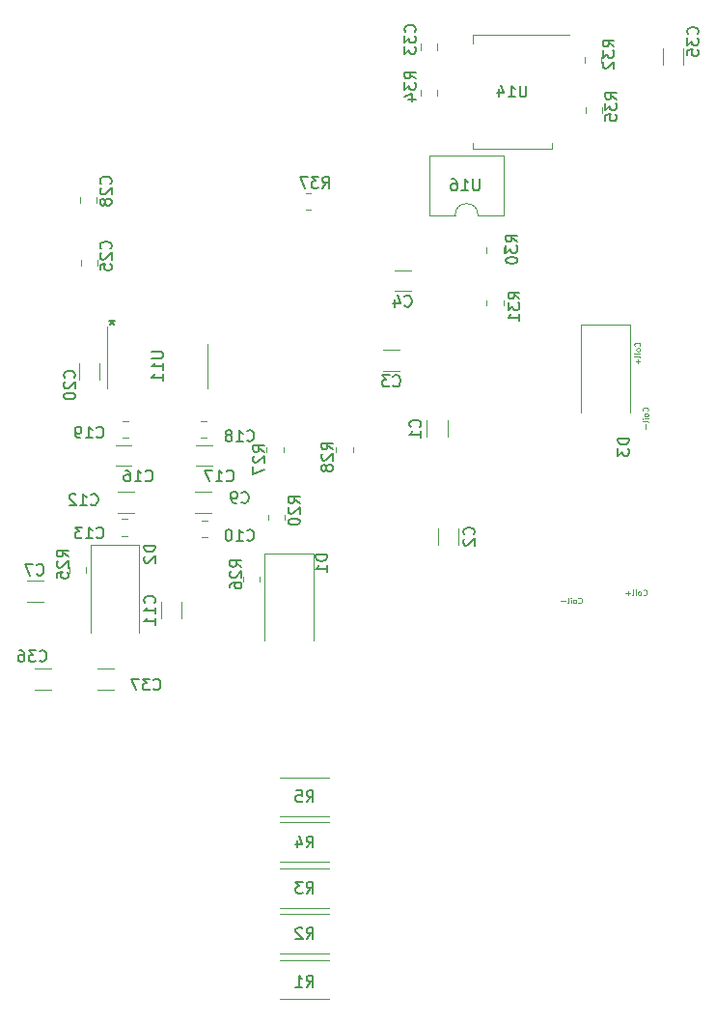
<source format=gbr>
%TF.GenerationSoftware,KiCad,Pcbnew,7.0.9*%
%TF.CreationDate,2024-06-20T22:38:46+05:30*%
%TF.ProjectId,BMS_Master,424d535f-4d61-4737-9465-722e6b696361,rev?*%
%TF.SameCoordinates,Original*%
%TF.FileFunction,Legend,Bot*%
%TF.FilePolarity,Positive*%
%FSLAX46Y46*%
G04 Gerber Fmt 4.6, Leading zero omitted, Abs format (unit mm)*
G04 Created by KiCad (PCBNEW 7.0.9) date 2024-06-20 22:38:46*
%MOMM*%
%LPD*%
G01*
G04 APERTURE LIST*
%ADD10C,0.125000*%
%ADD11C,0.150000*%
%ADD12C,0.120000*%
G04 APERTURE END LIST*
D10*
X244484690Y-91986997D02*
X244508500Y-91963188D01*
X244508500Y-91963188D02*
X244532309Y-91891759D01*
X244532309Y-91891759D02*
X244532309Y-91844140D01*
X244532309Y-91844140D02*
X244508500Y-91772712D01*
X244508500Y-91772712D02*
X244460880Y-91725093D01*
X244460880Y-91725093D02*
X244413261Y-91701283D01*
X244413261Y-91701283D02*
X244318023Y-91677474D01*
X244318023Y-91677474D02*
X244246595Y-91677474D01*
X244246595Y-91677474D02*
X244151357Y-91701283D01*
X244151357Y-91701283D02*
X244103738Y-91725093D01*
X244103738Y-91725093D02*
X244056119Y-91772712D01*
X244056119Y-91772712D02*
X244032309Y-91844140D01*
X244032309Y-91844140D02*
X244032309Y-91891759D01*
X244032309Y-91891759D02*
X244056119Y-91963188D01*
X244056119Y-91963188D02*
X244079928Y-91986997D01*
X244532309Y-92272712D02*
X244508500Y-92225093D01*
X244508500Y-92225093D02*
X244484690Y-92201283D01*
X244484690Y-92201283D02*
X244437071Y-92177474D01*
X244437071Y-92177474D02*
X244294214Y-92177474D01*
X244294214Y-92177474D02*
X244246595Y-92201283D01*
X244246595Y-92201283D02*
X244222785Y-92225093D01*
X244222785Y-92225093D02*
X244198976Y-92272712D01*
X244198976Y-92272712D02*
X244198976Y-92344140D01*
X244198976Y-92344140D02*
X244222785Y-92391759D01*
X244222785Y-92391759D02*
X244246595Y-92415569D01*
X244246595Y-92415569D02*
X244294214Y-92439378D01*
X244294214Y-92439378D02*
X244437071Y-92439378D01*
X244437071Y-92439378D02*
X244484690Y-92415569D01*
X244484690Y-92415569D02*
X244508500Y-92391759D01*
X244508500Y-92391759D02*
X244532309Y-92344140D01*
X244532309Y-92344140D02*
X244532309Y-92272712D01*
X244532309Y-92653664D02*
X244198976Y-92653664D01*
X244032309Y-92653664D02*
X244056119Y-92629855D01*
X244056119Y-92629855D02*
X244079928Y-92653664D01*
X244079928Y-92653664D02*
X244056119Y-92677474D01*
X244056119Y-92677474D02*
X244032309Y-92653664D01*
X244032309Y-92653664D02*
X244079928Y-92653664D01*
X244532309Y-92963188D02*
X244508500Y-92915569D01*
X244508500Y-92915569D02*
X244460880Y-92891759D01*
X244460880Y-92891759D02*
X244032309Y-92891759D01*
X244341833Y-93153664D02*
X244341833Y-93534617D01*
X244113002Y-108084690D02*
X244136811Y-108108500D01*
X244136811Y-108108500D02*
X244208240Y-108132309D01*
X244208240Y-108132309D02*
X244255859Y-108132309D01*
X244255859Y-108132309D02*
X244327287Y-108108500D01*
X244327287Y-108108500D02*
X244374906Y-108060880D01*
X244374906Y-108060880D02*
X244398716Y-108013261D01*
X244398716Y-108013261D02*
X244422525Y-107918023D01*
X244422525Y-107918023D02*
X244422525Y-107846595D01*
X244422525Y-107846595D02*
X244398716Y-107751357D01*
X244398716Y-107751357D02*
X244374906Y-107703738D01*
X244374906Y-107703738D02*
X244327287Y-107656119D01*
X244327287Y-107656119D02*
X244255859Y-107632309D01*
X244255859Y-107632309D02*
X244208240Y-107632309D01*
X244208240Y-107632309D02*
X244136811Y-107656119D01*
X244136811Y-107656119D02*
X244113002Y-107679928D01*
X243827287Y-108132309D02*
X243874906Y-108108500D01*
X243874906Y-108108500D02*
X243898716Y-108084690D01*
X243898716Y-108084690D02*
X243922525Y-108037071D01*
X243922525Y-108037071D02*
X243922525Y-107894214D01*
X243922525Y-107894214D02*
X243898716Y-107846595D01*
X243898716Y-107846595D02*
X243874906Y-107822785D01*
X243874906Y-107822785D02*
X243827287Y-107798976D01*
X243827287Y-107798976D02*
X243755859Y-107798976D01*
X243755859Y-107798976D02*
X243708240Y-107822785D01*
X243708240Y-107822785D02*
X243684430Y-107846595D01*
X243684430Y-107846595D02*
X243660621Y-107894214D01*
X243660621Y-107894214D02*
X243660621Y-108037071D01*
X243660621Y-108037071D02*
X243684430Y-108084690D01*
X243684430Y-108084690D02*
X243708240Y-108108500D01*
X243708240Y-108108500D02*
X243755859Y-108132309D01*
X243755859Y-108132309D02*
X243827287Y-108132309D01*
X243446335Y-108132309D02*
X243446335Y-107798976D01*
X243446335Y-107632309D02*
X243470144Y-107656119D01*
X243470144Y-107656119D02*
X243446335Y-107679928D01*
X243446335Y-107679928D02*
X243422525Y-107656119D01*
X243422525Y-107656119D02*
X243446335Y-107632309D01*
X243446335Y-107632309D02*
X243446335Y-107679928D01*
X243136811Y-108132309D02*
X243184430Y-108108500D01*
X243184430Y-108108500D02*
X243208240Y-108060880D01*
X243208240Y-108060880D02*
X243208240Y-107632309D01*
X242946335Y-107941833D02*
X242565383Y-107941833D01*
X242755859Y-108132309D02*
X242755859Y-107751357D01*
D11*
X197500000Y-83954819D02*
X197500000Y-84192914D01*
X197261905Y-84097676D02*
X197500000Y-84192914D01*
X197500000Y-84192914D02*
X197738095Y-84097676D01*
X197357143Y-84383390D02*
X197500000Y-84192914D01*
X197500000Y-84192914D02*
X197642857Y-84383390D01*
D10*
X243784690Y-86286997D02*
X243808500Y-86263188D01*
X243808500Y-86263188D02*
X243832309Y-86191759D01*
X243832309Y-86191759D02*
X243832309Y-86144140D01*
X243832309Y-86144140D02*
X243808500Y-86072712D01*
X243808500Y-86072712D02*
X243760880Y-86025093D01*
X243760880Y-86025093D02*
X243713261Y-86001283D01*
X243713261Y-86001283D02*
X243618023Y-85977474D01*
X243618023Y-85977474D02*
X243546595Y-85977474D01*
X243546595Y-85977474D02*
X243451357Y-86001283D01*
X243451357Y-86001283D02*
X243403738Y-86025093D01*
X243403738Y-86025093D02*
X243356119Y-86072712D01*
X243356119Y-86072712D02*
X243332309Y-86144140D01*
X243332309Y-86144140D02*
X243332309Y-86191759D01*
X243332309Y-86191759D02*
X243356119Y-86263188D01*
X243356119Y-86263188D02*
X243379928Y-86286997D01*
X243832309Y-86572712D02*
X243808500Y-86525093D01*
X243808500Y-86525093D02*
X243784690Y-86501283D01*
X243784690Y-86501283D02*
X243737071Y-86477474D01*
X243737071Y-86477474D02*
X243594214Y-86477474D01*
X243594214Y-86477474D02*
X243546595Y-86501283D01*
X243546595Y-86501283D02*
X243522785Y-86525093D01*
X243522785Y-86525093D02*
X243498976Y-86572712D01*
X243498976Y-86572712D02*
X243498976Y-86644140D01*
X243498976Y-86644140D02*
X243522785Y-86691759D01*
X243522785Y-86691759D02*
X243546595Y-86715569D01*
X243546595Y-86715569D02*
X243594214Y-86739378D01*
X243594214Y-86739378D02*
X243737071Y-86739378D01*
X243737071Y-86739378D02*
X243784690Y-86715569D01*
X243784690Y-86715569D02*
X243808500Y-86691759D01*
X243808500Y-86691759D02*
X243832309Y-86644140D01*
X243832309Y-86644140D02*
X243832309Y-86572712D01*
X243832309Y-86953664D02*
X243498976Y-86953664D01*
X243332309Y-86953664D02*
X243356119Y-86929855D01*
X243356119Y-86929855D02*
X243379928Y-86953664D01*
X243379928Y-86953664D02*
X243356119Y-86977474D01*
X243356119Y-86977474D02*
X243332309Y-86953664D01*
X243332309Y-86953664D02*
X243379928Y-86953664D01*
X243832309Y-87263188D02*
X243808500Y-87215569D01*
X243808500Y-87215569D02*
X243760880Y-87191759D01*
X243760880Y-87191759D02*
X243332309Y-87191759D01*
X243641833Y-87453664D02*
X243641833Y-87834617D01*
X243832309Y-87644140D02*
X243451357Y-87644140D01*
X238413002Y-108784690D02*
X238436811Y-108808500D01*
X238436811Y-108808500D02*
X238508240Y-108832309D01*
X238508240Y-108832309D02*
X238555859Y-108832309D01*
X238555859Y-108832309D02*
X238627287Y-108808500D01*
X238627287Y-108808500D02*
X238674906Y-108760880D01*
X238674906Y-108760880D02*
X238698716Y-108713261D01*
X238698716Y-108713261D02*
X238722525Y-108618023D01*
X238722525Y-108618023D02*
X238722525Y-108546595D01*
X238722525Y-108546595D02*
X238698716Y-108451357D01*
X238698716Y-108451357D02*
X238674906Y-108403738D01*
X238674906Y-108403738D02*
X238627287Y-108356119D01*
X238627287Y-108356119D02*
X238555859Y-108332309D01*
X238555859Y-108332309D02*
X238508240Y-108332309D01*
X238508240Y-108332309D02*
X238436811Y-108356119D01*
X238436811Y-108356119D02*
X238413002Y-108379928D01*
X238127287Y-108832309D02*
X238174906Y-108808500D01*
X238174906Y-108808500D02*
X238198716Y-108784690D01*
X238198716Y-108784690D02*
X238222525Y-108737071D01*
X238222525Y-108737071D02*
X238222525Y-108594214D01*
X238222525Y-108594214D02*
X238198716Y-108546595D01*
X238198716Y-108546595D02*
X238174906Y-108522785D01*
X238174906Y-108522785D02*
X238127287Y-108498976D01*
X238127287Y-108498976D02*
X238055859Y-108498976D01*
X238055859Y-108498976D02*
X238008240Y-108522785D01*
X238008240Y-108522785D02*
X237984430Y-108546595D01*
X237984430Y-108546595D02*
X237960621Y-108594214D01*
X237960621Y-108594214D02*
X237960621Y-108737071D01*
X237960621Y-108737071D02*
X237984430Y-108784690D01*
X237984430Y-108784690D02*
X238008240Y-108808500D01*
X238008240Y-108808500D02*
X238055859Y-108832309D01*
X238055859Y-108832309D02*
X238127287Y-108832309D01*
X237746335Y-108832309D02*
X237746335Y-108498976D01*
X237746335Y-108332309D02*
X237770144Y-108356119D01*
X237770144Y-108356119D02*
X237746335Y-108379928D01*
X237746335Y-108379928D02*
X237722525Y-108356119D01*
X237722525Y-108356119D02*
X237746335Y-108332309D01*
X237746335Y-108332309D02*
X237746335Y-108379928D01*
X237436811Y-108832309D02*
X237484430Y-108808500D01*
X237484430Y-108808500D02*
X237508240Y-108760880D01*
X237508240Y-108760880D02*
X237508240Y-108332309D01*
X237246335Y-108641833D02*
X236865383Y-108641833D01*
D11*
X201142857Y-116359580D02*
X201190476Y-116407200D01*
X201190476Y-116407200D02*
X201333333Y-116454819D01*
X201333333Y-116454819D02*
X201428571Y-116454819D01*
X201428571Y-116454819D02*
X201571428Y-116407200D01*
X201571428Y-116407200D02*
X201666666Y-116311961D01*
X201666666Y-116311961D02*
X201714285Y-116216723D01*
X201714285Y-116216723D02*
X201761904Y-116026247D01*
X201761904Y-116026247D02*
X201761904Y-115883390D01*
X201761904Y-115883390D02*
X201714285Y-115692914D01*
X201714285Y-115692914D02*
X201666666Y-115597676D01*
X201666666Y-115597676D02*
X201571428Y-115502438D01*
X201571428Y-115502438D02*
X201428571Y-115454819D01*
X201428571Y-115454819D02*
X201333333Y-115454819D01*
X201333333Y-115454819D02*
X201190476Y-115502438D01*
X201190476Y-115502438D02*
X201142857Y-115550057D01*
X200809523Y-115454819D02*
X200190476Y-115454819D01*
X200190476Y-115454819D02*
X200523809Y-115835771D01*
X200523809Y-115835771D02*
X200380952Y-115835771D01*
X200380952Y-115835771D02*
X200285714Y-115883390D01*
X200285714Y-115883390D02*
X200238095Y-115931009D01*
X200238095Y-115931009D02*
X200190476Y-116026247D01*
X200190476Y-116026247D02*
X200190476Y-116264342D01*
X200190476Y-116264342D02*
X200238095Y-116359580D01*
X200238095Y-116359580D02*
X200285714Y-116407200D01*
X200285714Y-116407200D02*
X200380952Y-116454819D01*
X200380952Y-116454819D02*
X200666666Y-116454819D01*
X200666666Y-116454819D02*
X200761904Y-116407200D01*
X200761904Y-116407200D02*
X200809523Y-116359580D01*
X199857142Y-115454819D02*
X199190476Y-115454819D01*
X199190476Y-115454819D02*
X199619047Y-116454819D01*
X191142857Y-113859580D02*
X191190476Y-113907200D01*
X191190476Y-113907200D02*
X191333333Y-113954819D01*
X191333333Y-113954819D02*
X191428571Y-113954819D01*
X191428571Y-113954819D02*
X191571428Y-113907200D01*
X191571428Y-113907200D02*
X191666666Y-113811961D01*
X191666666Y-113811961D02*
X191714285Y-113716723D01*
X191714285Y-113716723D02*
X191761904Y-113526247D01*
X191761904Y-113526247D02*
X191761904Y-113383390D01*
X191761904Y-113383390D02*
X191714285Y-113192914D01*
X191714285Y-113192914D02*
X191666666Y-113097676D01*
X191666666Y-113097676D02*
X191571428Y-113002438D01*
X191571428Y-113002438D02*
X191428571Y-112954819D01*
X191428571Y-112954819D02*
X191333333Y-112954819D01*
X191333333Y-112954819D02*
X191190476Y-113002438D01*
X191190476Y-113002438D02*
X191142857Y-113050057D01*
X190809523Y-112954819D02*
X190190476Y-112954819D01*
X190190476Y-112954819D02*
X190523809Y-113335771D01*
X190523809Y-113335771D02*
X190380952Y-113335771D01*
X190380952Y-113335771D02*
X190285714Y-113383390D01*
X190285714Y-113383390D02*
X190238095Y-113431009D01*
X190238095Y-113431009D02*
X190190476Y-113526247D01*
X190190476Y-113526247D02*
X190190476Y-113764342D01*
X190190476Y-113764342D02*
X190238095Y-113859580D01*
X190238095Y-113859580D02*
X190285714Y-113907200D01*
X190285714Y-113907200D02*
X190380952Y-113954819D01*
X190380952Y-113954819D02*
X190666666Y-113954819D01*
X190666666Y-113954819D02*
X190761904Y-113907200D01*
X190761904Y-113907200D02*
X190809523Y-113859580D01*
X189333333Y-112954819D02*
X189523809Y-112954819D01*
X189523809Y-112954819D02*
X189619047Y-113002438D01*
X189619047Y-113002438D02*
X189666666Y-113050057D01*
X189666666Y-113050057D02*
X189761904Y-113192914D01*
X189761904Y-113192914D02*
X189809523Y-113383390D01*
X189809523Y-113383390D02*
X189809523Y-113764342D01*
X189809523Y-113764342D02*
X189761904Y-113859580D01*
X189761904Y-113859580D02*
X189714285Y-113907200D01*
X189714285Y-113907200D02*
X189619047Y-113954819D01*
X189619047Y-113954819D02*
X189428571Y-113954819D01*
X189428571Y-113954819D02*
X189333333Y-113907200D01*
X189333333Y-113907200D02*
X189285714Y-113859580D01*
X189285714Y-113859580D02*
X189238095Y-113764342D01*
X189238095Y-113764342D02*
X189238095Y-113526247D01*
X189238095Y-113526247D02*
X189285714Y-113431009D01*
X189285714Y-113431009D02*
X189333333Y-113383390D01*
X189333333Y-113383390D02*
X189428571Y-113335771D01*
X189428571Y-113335771D02*
X189619047Y-113335771D01*
X189619047Y-113335771D02*
X189714285Y-113383390D01*
X189714285Y-113383390D02*
X189761904Y-113431009D01*
X189761904Y-113431009D02*
X189809523Y-113526247D01*
X194159580Y-89057142D02*
X194207200Y-89009523D01*
X194207200Y-89009523D02*
X194254819Y-88866666D01*
X194254819Y-88866666D02*
X194254819Y-88771428D01*
X194254819Y-88771428D02*
X194207200Y-88628571D01*
X194207200Y-88628571D02*
X194111961Y-88533333D01*
X194111961Y-88533333D02*
X194016723Y-88485714D01*
X194016723Y-88485714D02*
X193826247Y-88438095D01*
X193826247Y-88438095D02*
X193683390Y-88438095D01*
X193683390Y-88438095D02*
X193492914Y-88485714D01*
X193492914Y-88485714D02*
X193397676Y-88533333D01*
X193397676Y-88533333D02*
X193302438Y-88628571D01*
X193302438Y-88628571D02*
X193254819Y-88771428D01*
X193254819Y-88771428D02*
X193254819Y-88866666D01*
X193254819Y-88866666D02*
X193302438Y-89009523D01*
X193302438Y-89009523D02*
X193350057Y-89057142D01*
X193350057Y-89438095D02*
X193302438Y-89485714D01*
X193302438Y-89485714D02*
X193254819Y-89580952D01*
X193254819Y-89580952D02*
X193254819Y-89819047D01*
X193254819Y-89819047D02*
X193302438Y-89914285D01*
X193302438Y-89914285D02*
X193350057Y-89961904D01*
X193350057Y-89961904D02*
X193445295Y-90009523D01*
X193445295Y-90009523D02*
X193540533Y-90009523D01*
X193540533Y-90009523D02*
X193683390Y-89961904D01*
X193683390Y-89961904D02*
X194254819Y-89390476D01*
X194254819Y-89390476D02*
X194254819Y-90009523D01*
X193254819Y-90628571D02*
X193254819Y-90723809D01*
X193254819Y-90723809D02*
X193302438Y-90819047D01*
X193302438Y-90819047D02*
X193350057Y-90866666D01*
X193350057Y-90866666D02*
X193445295Y-90914285D01*
X193445295Y-90914285D02*
X193635771Y-90961904D01*
X193635771Y-90961904D02*
X193873866Y-90961904D01*
X193873866Y-90961904D02*
X194064342Y-90914285D01*
X194064342Y-90914285D02*
X194159580Y-90866666D01*
X194159580Y-90866666D02*
X194207200Y-90819047D01*
X194207200Y-90819047D02*
X194254819Y-90723809D01*
X194254819Y-90723809D02*
X194254819Y-90628571D01*
X194254819Y-90628571D02*
X194207200Y-90533333D01*
X194207200Y-90533333D02*
X194159580Y-90485714D01*
X194159580Y-90485714D02*
X194064342Y-90438095D01*
X194064342Y-90438095D02*
X193873866Y-90390476D01*
X193873866Y-90390476D02*
X193635771Y-90390476D01*
X193635771Y-90390476D02*
X193445295Y-90438095D01*
X193445295Y-90438095D02*
X193350057Y-90485714D01*
X193350057Y-90485714D02*
X193302438Y-90533333D01*
X193302438Y-90533333D02*
X193254819Y-90628571D01*
X229738094Y-71654819D02*
X229738094Y-72464342D01*
X229738094Y-72464342D02*
X229690475Y-72559580D01*
X229690475Y-72559580D02*
X229642856Y-72607200D01*
X229642856Y-72607200D02*
X229547618Y-72654819D01*
X229547618Y-72654819D02*
X229357142Y-72654819D01*
X229357142Y-72654819D02*
X229261904Y-72607200D01*
X229261904Y-72607200D02*
X229214285Y-72559580D01*
X229214285Y-72559580D02*
X229166666Y-72464342D01*
X229166666Y-72464342D02*
X229166666Y-71654819D01*
X228166666Y-72654819D02*
X228738094Y-72654819D01*
X228452380Y-72654819D02*
X228452380Y-71654819D01*
X228452380Y-71654819D02*
X228547618Y-71797676D01*
X228547618Y-71797676D02*
X228642856Y-71892914D01*
X228642856Y-71892914D02*
X228738094Y-71940533D01*
X227309523Y-71654819D02*
X227499999Y-71654819D01*
X227499999Y-71654819D02*
X227595237Y-71702438D01*
X227595237Y-71702438D02*
X227642856Y-71750057D01*
X227642856Y-71750057D02*
X227738094Y-71892914D01*
X227738094Y-71892914D02*
X227785713Y-72083390D01*
X227785713Y-72083390D02*
X227785713Y-72464342D01*
X227785713Y-72464342D02*
X227738094Y-72559580D01*
X227738094Y-72559580D02*
X227690475Y-72607200D01*
X227690475Y-72607200D02*
X227595237Y-72654819D01*
X227595237Y-72654819D02*
X227404761Y-72654819D01*
X227404761Y-72654819D02*
X227309523Y-72607200D01*
X227309523Y-72607200D02*
X227261904Y-72559580D01*
X227261904Y-72559580D02*
X227214285Y-72464342D01*
X227214285Y-72464342D02*
X227214285Y-72226247D01*
X227214285Y-72226247D02*
X227261904Y-72131009D01*
X227261904Y-72131009D02*
X227309523Y-72083390D01*
X227309523Y-72083390D02*
X227404761Y-72035771D01*
X227404761Y-72035771D02*
X227595237Y-72035771D01*
X227595237Y-72035771D02*
X227690475Y-72083390D01*
X227690475Y-72083390D02*
X227738094Y-72131009D01*
X227738094Y-72131009D02*
X227785713Y-72226247D01*
X214566666Y-134254819D02*
X214899999Y-133778628D01*
X215138094Y-134254819D02*
X215138094Y-133254819D01*
X215138094Y-133254819D02*
X214757142Y-133254819D01*
X214757142Y-133254819D02*
X214661904Y-133302438D01*
X214661904Y-133302438D02*
X214614285Y-133350057D01*
X214614285Y-133350057D02*
X214566666Y-133445295D01*
X214566666Y-133445295D02*
X214566666Y-133588152D01*
X214566666Y-133588152D02*
X214614285Y-133683390D01*
X214614285Y-133683390D02*
X214661904Y-133731009D01*
X214661904Y-133731009D02*
X214757142Y-133778628D01*
X214757142Y-133778628D02*
X215138094Y-133778628D01*
X214233332Y-133254819D02*
X213614285Y-133254819D01*
X213614285Y-133254819D02*
X213947618Y-133635771D01*
X213947618Y-133635771D02*
X213804761Y-133635771D01*
X213804761Y-133635771D02*
X213709523Y-133683390D01*
X213709523Y-133683390D02*
X213661904Y-133731009D01*
X213661904Y-133731009D02*
X213614285Y-133826247D01*
X213614285Y-133826247D02*
X213614285Y-134064342D01*
X213614285Y-134064342D02*
X213661904Y-134159580D01*
X213661904Y-134159580D02*
X213709523Y-134207200D01*
X213709523Y-134207200D02*
X213804761Y-134254819D01*
X213804761Y-134254819D02*
X214090475Y-134254819D01*
X214090475Y-134254819D02*
X214185713Y-134207200D01*
X214185713Y-134207200D02*
X214233332Y-134159580D01*
X200442857Y-98059580D02*
X200490476Y-98107200D01*
X200490476Y-98107200D02*
X200633333Y-98154819D01*
X200633333Y-98154819D02*
X200728571Y-98154819D01*
X200728571Y-98154819D02*
X200871428Y-98107200D01*
X200871428Y-98107200D02*
X200966666Y-98011961D01*
X200966666Y-98011961D02*
X201014285Y-97916723D01*
X201014285Y-97916723D02*
X201061904Y-97726247D01*
X201061904Y-97726247D02*
X201061904Y-97583390D01*
X201061904Y-97583390D02*
X201014285Y-97392914D01*
X201014285Y-97392914D02*
X200966666Y-97297676D01*
X200966666Y-97297676D02*
X200871428Y-97202438D01*
X200871428Y-97202438D02*
X200728571Y-97154819D01*
X200728571Y-97154819D02*
X200633333Y-97154819D01*
X200633333Y-97154819D02*
X200490476Y-97202438D01*
X200490476Y-97202438D02*
X200442857Y-97250057D01*
X199490476Y-98154819D02*
X200061904Y-98154819D01*
X199776190Y-98154819D02*
X199776190Y-97154819D01*
X199776190Y-97154819D02*
X199871428Y-97297676D01*
X199871428Y-97297676D02*
X199966666Y-97392914D01*
X199966666Y-97392914D02*
X200061904Y-97440533D01*
X198633333Y-97154819D02*
X198823809Y-97154819D01*
X198823809Y-97154819D02*
X198919047Y-97202438D01*
X198919047Y-97202438D02*
X198966666Y-97250057D01*
X198966666Y-97250057D02*
X199061904Y-97392914D01*
X199061904Y-97392914D02*
X199109523Y-97583390D01*
X199109523Y-97583390D02*
X199109523Y-97964342D01*
X199109523Y-97964342D02*
X199061904Y-98059580D01*
X199061904Y-98059580D02*
X199014285Y-98107200D01*
X199014285Y-98107200D02*
X198919047Y-98154819D01*
X198919047Y-98154819D02*
X198728571Y-98154819D01*
X198728571Y-98154819D02*
X198633333Y-98107200D01*
X198633333Y-98107200D02*
X198585714Y-98059580D01*
X198585714Y-98059580D02*
X198538095Y-97964342D01*
X198538095Y-97964342D02*
X198538095Y-97726247D01*
X198538095Y-97726247D02*
X198585714Y-97631009D01*
X198585714Y-97631009D02*
X198633333Y-97583390D01*
X198633333Y-97583390D02*
X198728571Y-97535771D01*
X198728571Y-97535771D02*
X198919047Y-97535771D01*
X198919047Y-97535771D02*
X199014285Y-97583390D01*
X199014285Y-97583390D02*
X199061904Y-97631009D01*
X199061904Y-97631009D02*
X199109523Y-97726247D01*
X214566666Y-130254819D02*
X214899999Y-129778628D01*
X215138094Y-130254819D02*
X215138094Y-129254819D01*
X215138094Y-129254819D02*
X214757142Y-129254819D01*
X214757142Y-129254819D02*
X214661904Y-129302438D01*
X214661904Y-129302438D02*
X214614285Y-129350057D01*
X214614285Y-129350057D02*
X214566666Y-129445295D01*
X214566666Y-129445295D02*
X214566666Y-129588152D01*
X214566666Y-129588152D02*
X214614285Y-129683390D01*
X214614285Y-129683390D02*
X214661904Y-129731009D01*
X214661904Y-129731009D02*
X214757142Y-129778628D01*
X214757142Y-129778628D02*
X215138094Y-129778628D01*
X213709523Y-129588152D02*
X213709523Y-130254819D01*
X213947618Y-129207200D02*
X214185713Y-129921485D01*
X214185713Y-129921485D02*
X213566666Y-129921485D01*
X216854819Y-95357142D02*
X216378628Y-95023809D01*
X216854819Y-94785714D02*
X215854819Y-94785714D01*
X215854819Y-94785714D02*
X215854819Y-95166666D01*
X215854819Y-95166666D02*
X215902438Y-95261904D01*
X215902438Y-95261904D02*
X215950057Y-95309523D01*
X215950057Y-95309523D02*
X216045295Y-95357142D01*
X216045295Y-95357142D02*
X216188152Y-95357142D01*
X216188152Y-95357142D02*
X216283390Y-95309523D01*
X216283390Y-95309523D02*
X216331009Y-95261904D01*
X216331009Y-95261904D02*
X216378628Y-95166666D01*
X216378628Y-95166666D02*
X216378628Y-94785714D01*
X215950057Y-95738095D02*
X215902438Y-95785714D01*
X215902438Y-95785714D02*
X215854819Y-95880952D01*
X215854819Y-95880952D02*
X215854819Y-96119047D01*
X215854819Y-96119047D02*
X215902438Y-96214285D01*
X215902438Y-96214285D02*
X215950057Y-96261904D01*
X215950057Y-96261904D02*
X216045295Y-96309523D01*
X216045295Y-96309523D02*
X216140533Y-96309523D01*
X216140533Y-96309523D02*
X216283390Y-96261904D01*
X216283390Y-96261904D02*
X216854819Y-95690476D01*
X216854819Y-95690476D02*
X216854819Y-96309523D01*
X216283390Y-96880952D02*
X216235771Y-96785714D01*
X216235771Y-96785714D02*
X216188152Y-96738095D01*
X216188152Y-96738095D02*
X216092914Y-96690476D01*
X216092914Y-96690476D02*
X216045295Y-96690476D01*
X216045295Y-96690476D02*
X215950057Y-96738095D01*
X215950057Y-96738095D02*
X215902438Y-96785714D01*
X215902438Y-96785714D02*
X215854819Y-96880952D01*
X215854819Y-96880952D02*
X215854819Y-97071428D01*
X215854819Y-97071428D02*
X215902438Y-97166666D01*
X215902438Y-97166666D02*
X215950057Y-97214285D01*
X215950057Y-97214285D02*
X216045295Y-97261904D01*
X216045295Y-97261904D02*
X216092914Y-97261904D01*
X216092914Y-97261904D02*
X216188152Y-97214285D01*
X216188152Y-97214285D02*
X216235771Y-97166666D01*
X216235771Y-97166666D02*
X216283390Y-97071428D01*
X216283390Y-97071428D02*
X216283390Y-96880952D01*
X216283390Y-96880952D02*
X216331009Y-96785714D01*
X216331009Y-96785714D02*
X216378628Y-96738095D01*
X216378628Y-96738095D02*
X216473866Y-96690476D01*
X216473866Y-96690476D02*
X216664342Y-96690476D01*
X216664342Y-96690476D02*
X216759580Y-96738095D01*
X216759580Y-96738095D02*
X216807200Y-96785714D01*
X216807200Y-96785714D02*
X216854819Y-96880952D01*
X216854819Y-96880952D02*
X216854819Y-97071428D01*
X216854819Y-97071428D02*
X216807200Y-97166666D01*
X216807200Y-97166666D02*
X216759580Y-97214285D01*
X216759580Y-97214285D02*
X216664342Y-97261904D01*
X216664342Y-97261904D02*
X216473866Y-97261904D01*
X216473866Y-97261904D02*
X216378628Y-97214285D01*
X216378628Y-97214285D02*
X216331009Y-97166666D01*
X216331009Y-97166666D02*
X216283390Y-97071428D01*
X214566666Y-142454819D02*
X214899999Y-141978628D01*
X215138094Y-142454819D02*
X215138094Y-141454819D01*
X215138094Y-141454819D02*
X214757142Y-141454819D01*
X214757142Y-141454819D02*
X214661904Y-141502438D01*
X214661904Y-141502438D02*
X214614285Y-141550057D01*
X214614285Y-141550057D02*
X214566666Y-141645295D01*
X214566666Y-141645295D02*
X214566666Y-141788152D01*
X214566666Y-141788152D02*
X214614285Y-141883390D01*
X214614285Y-141883390D02*
X214661904Y-141931009D01*
X214661904Y-141931009D02*
X214757142Y-141978628D01*
X214757142Y-141978628D02*
X215138094Y-141978628D01*
X213614285Y-142454819D02*
X214185713Y-142454819D01*
X213899999Y-142454819D02*
X213899999Y-141454819D01*
X213899999Y-141454819D02*
X213995237Y-141597676D01*
X213995237Y-141597676D02*
X214090475Y-141692914D01*
X214090475Y-141692914D02*
X214185713Y-141740533D01*
X195642857Y-100159580D02*
X195690476Y-100207200D01*
X195690476Y-100207200D02*
X195833333Y-100254819D01*
X195833333Y-100254819D02*
X195928571Y-100254819D01*
X195928571Y-100254819D02*
X196071428Y-100207200D01*
X196071428Y-100207200D02*
X196166666Y-100111961D01*
X196166666Y-100111961D02*
X196214285Y-100016723D01*
X196214285Y-100016723D02*
X196261904Y-99826247D01*
X196261904Y-99826247D02*
X196261904Y-99683390D01*
X196261904Y-99683390D02*
X196214285Y-99492914D01*
X196214285Y-99492914D02*
X196166666Y-99397676D01*
X196166666Y-99397676D02*
X196071428Y-99302438D01*
X196071428Y-99302438D02*
X195928571Y-99254819D01*
X195928571Y-99254819D02*
X195833333Y-99254819D01*
X195833333Y-99254819D02*
X195690476Y-99302438D01*
X195690476Y-99302438D02*
X195642857Y-99350057D01*
X194690476Y-100254819D02*
X195261904Y-100254819D01*
X194976190Y-100254819D02*
X194976190Y-99254819D01*
X194976190Y-99254819D02*
X195071428Y-99397676D01*
X195071428Y-99397676D02*
X195166666Y-99492914D01*
X195166666Y-99492914D02*
X195261904Y-99540533D01*
X194309523Y-99350057D02*
X194261904Y-99302438D01*
X194261904Y-99302438D02*
X194166666Y-99254819D01*
X194166666Y-99254819D02*
X193928571Y-99254819D01*
X193928571Y-99254819D02*
X193833333Y-99302438D01*
X193833333Y-99302438D02*
X193785714Y-99350057D01*
X193785714Y-99350057D02*
X193738095Y-99445295D01*
X193738095Y-99445295D02*
X193738095Y-99540533D01*
X193738095Y-99540533D02*
X193785714Y-99683390D01*
X193785714Y-99683390D02*
X194357142Y-100254819D01*
X194357142Y-100254819D02*
X193738095Y-100254819D01*
X224154819Y-62857142D02*
X223678628Y-62523809D01*
X224154819Y-62285714D02*
X223154819Y-62285714D01*
X223154819Y-62285714D02*
X223154819Y-62666666D01*
X223154819Y-62666666D02*
X223202438Y-62761904D01*
X223202438Y-62761904D02*
X223250057Y-62809523D01*
X223250057Y-62809523D02*
X223345295Y-62857142D01*
X223345295Y-62857142D02*
X223488152Y-62857142D01*
X223488152Y-62857142D02*
X223583390Y-62809523D01*
X223583390Y-62809523D02*
X223631009Y-62761904D01*
X223631009Y-62761904D02*
X223678628Y-62666666D01*
X223678628Y-62666666D02*
X223678628Y-62285714D01*
X223154819Y-63190476D02*
X223154819Y-63809523D01*
X223154819Y-63809523D02*
X223535771Y-63476190D01*
X223535771Y-63476190D02*
X223535771Y-63619047D01*
X223535771Y-63619047D02*
X223583390Y-63714285D01*
X223583390Y-63714285D02*
X223631009Y-63761904D01*
X223631009Y-63761904D02*
X223726247Y-63809523D01*
X223726247Y-63809523D02*
X223964342Y-63809523D01*
X223964342Y-63809523D02*
X224059580Y-63761904D01*
X224059580Y-63761904D02*
X224107200Y-63714285D01*
X224107200Y-63714285D02*
X224154819Y-63619047D01*
X224154819Y-63619047D02*
X224154819Y-63333333D01*
X224154819Y-63333333D02*
X224107200Y-63238095D01*
X224107200Y-63238095D02*
X224059580Y-63190476D01*
X223488152Y-64666666D02*
X224154819Y-64666666D01*
X223107200Y-64428571D02*
X223821485Y-64190476D01*
X223821485Y-64190476D02*
X223821485Y-64809523D01*
X193654819Y-104757142D02*
X193178628Y-104423809D01*
X193654819Y-104185714D02*
X192654819Y-104185714D01*
X192654819Y-104185714D02*
X192654819Y-104566666D01*
X192654819Y-104566666D02*
X192702438Y-104661904D01*
X192702438Y-104661904D02*
X192750057Y-104709523D01*
X192750057Y-104709523D02*
X192845295Y-104757142D01*
X192845295Y-104757142D02*
X192988152Y-104757142D01*
X192988152Y-104757142D02*
X193083390Y-104709523D01*
X193083390Y-104709523D02*
X193131009Y-104661904D01*
X193131009Y-104661904D02*
X193178628Y-104566666D01*
X193178628Y-104566666D02*
X193178628Y-104185714D01*
X192750057Y-105138095D02*
X192702438Y-105185714D01*
X192702438Y-105185714D02*
X192654819Y-105280952D01*
X192654819Y-105280952D02*
X192654819Y-105519047D01*
X192654819Y-105519047D02*
X192702438Y-105614285D01*
X192702438Y-105614285D02*
X192750057Y-105661904D01*
X192750057Y-105661904D02*
X192845295Y-105709523D01*
X192845295Y-105709523D02*
X192940533Y-105709523D01*
X192940533Y-105709523D02*
X193083390Y-105661904D01*
X193083390Y-105661904D02*
X193654819Y-105090476D01*
X193654819Y-105090476D02*
X193654819Y-105709523D01*
X192654819Y-106614285D02*
X192654819Y-106138095D01*
X192654819Y-106138095D02*
X193131009Y-106090476D01*
X193131009Y-106090476D02*
X193083390Y-106138095D01*
X193083390Y-106138095D02*
X193035771Y-106233333D01*
X193035771Y-106233333D02*
X193035771Y-106471428D01*
X193035771Y-106471428D02*
X193083390Y-106566666D01*
X193083390Y-106566666D02*
X193131009Y-106614285D01*
X193131009Y-106614285D02*
X193226247Y-106661904D01*
X193226247Y-106661904D02*
X193464342Y-106661904D01*
X193464342Y-106661904D02*
X193559580Y-106614285D01*
X193559580Y-106614285D02*
X193607200Y-106566666D01*
X193607200Y-106566666D02*
X193654819Y-106471428D01*
X193654819Y-106471428D02*
X193654819Y-106233333D01*
X193654819Y-106233333D02*
X193607200Y-106138095D01*
X193607200Y-106138095D02*
X193559580Y-106090476D01*
X241754819Y-64657142D02*
X241278628Y-64323809D01*
X241754819Y-64085714D02*
X240754819Y-64085714D01*
X240754819Y-64085714D02*
X240754819Y-64466666D01*
X240754819Y-64466666D02*
X240802438Y-64561904D01*
X240802438Y-64561904D02*
X240850057Y-64609523D01*
X240850057Y-64609523D02*
X240945295Y-64657142D01*
X240945295Y-64657142D02*
X241088152Y-64657142D01*
X241088152Y-64657142D02*
X241183390Y-64609523D01*
X241183390Y-64609523D02*
X241231009Y-64561904D01*
X241231009Y-64561904D02*
X241278628Y-64466666D01*
X241278628Y-64466666D02*
X241278628Y-64085714D01*
X240754819Y-64990476D02*
X240754819Y-65609523D01*
X240754819Y-65609523D02*
X241135771Y-65276190D01*
X241135771Y-65276190D02*
X241135771Y-65419047D01*
X241135771Y-65419047D02*
X241183390Y-65514285D01*
X241183390Y-65514285D02*
X241231009Y-65561904D01*
X241231009Y-65561904D02*
X241326247Y-65609523D01*
X241326247Y-65609523D02*
X241564342Y-65609523D01*
X241564342Y-65609523D02*
X241659580Y-65561904D01*
X241659580Y-65561904D02*
X241707200Y-65514285D01*
X241707200Y-65514285D02*
X241754819Y-65419047D01*
X241754819Y-65419047D02*
X241754819Y-65133333D01*
X241754819Y-65133333D02*
X241707200Y-65038095D01*
X241707200Y-65038095D02*
X241659580Y-64990476D01*
X240754819Y-66514285D02*
X240754819Y-66038095D01*
X240754819Y-66038095D02*
X241231009Y-65990476D01*
X241231009Y-65990476D02*
X241183390Y-66038095D01*
X241183390Y-66038095D02*
X241135771Y-66133333D01*
X241135771Y-66133333D02*
X241135771Y-66371428D01*
X241135771Y-66371428D02*
X241183390Y-66466666D01*
X241183390Y-66466666D02*
X241231009Y-66514285D01*
X241231009Y-66514285D02*
X241326247Y-66561904D01*
X241326247Y-66561904D02*
X241564342Y-66561904D01*
X241564342Y-66561904D02*
X241659580Y-66514285D01*
X241659580Y-66514285D02*
X241707200Y-66466666D01*
X241707200Y-66466666D02*
X241754819Y-66371428D01*
X241754819Y-66371428D02*
X241754819Y-66133333D01*
X241754819Y-66133333D02*
X241707200Y-66038095D01*
X241707200Y-66038095D02*
X241659580Y-65990476D01*
X214566666Y-138254819D02*
X214899999Y-137778628D01*
X215138094Y-138254819D02*
X215138094Y-137254819D01*
X215138094Y-137254819D02*
X214757142Y-137254819D01*
X214757142Y-137254819D02*
X214661904Y-137302438D01*
X214661904Y-137302438D02*
X214614285Y-137350057D01*
X214614285Y-137350057D02*
X214566666Y-137445295D01*
X214566666Y-137445295D02*
X214566666Y-137588152D01*
X214566666Y-137588152D02*
X214614285Y-137683390D01*
X214614285Y-137683390D02*
X214661904Y-137731009D01*
X214661904Y-137731009D02*
X214757142Y-137778628D01*
X214757142Y-137778628D02*
X215138094Y-137778628D01*
X214185713Y-137350057D02*
X214138094Y-137302438D01*
X214138094Y-137302438D02*
X214042856Y-137254819D01*
X214042856Y-137254819D02*
X213804761Y-137254819D01*
X213804761Y-137254819D02*
X213709523Y-137302438D01*
X213709523Y-137302438D02*
X213661904Y-137350057D01*
X213661904Y-137350057D02*
X213614285Y-137445295D01*
X213614285Y-137445295D02*
X213614285Y-137540533D01*
X213614285Y-137540533D02*
X213661904Y-137683390D01*
X213661904Y-137683390D02*
X214233332Y-138254819D01*
X214233332Y-138254819D02*
X213614285Y-138254819D01*
X197359580Y-77757142D02*
X197407200Y-77709523D01*
X197407200Y-77709523D02*
X197454819Y-77566666D01*
X197454819Y-77566666D02*
X197454819Y-77471428D01*
X197454819Y-77471428D02*
X197407200Y-77328571D01*
X197407200Y-77328571D02*
X197311961Y-77233333D01*
X197311961Y-77233333D02*
X197216723Y-77185714D01*
X197216723Y-77185714D02*
X197026247Y-77138095D01*
X197026247Y-77138095D02*
X196883390Y-77138095D01*
X196883390Y-77138095D02*
X196692914Y-77185714D01*
X196692914Y-77185714D02*
X196597676Y-77233333D01*
X196597676Y-77233333D02*
X196502438Y-77328571D01*
X196502438Y-77328571D02*
X196454819Y-77471428D01*
X196454819Y-77471428D02*
X196454819Y-77566666D01*
X196454819Y-77566666D02*
X196502438Y-77709523D01*
X196502438Y-77709523D02*
X196550057Y-77757142D01*
X196550057Y-78138095D02*
X196502438Y-78185714D01*
X196502438Y-78185714D02*
X196454819Y-78280952D01*
X196454819Y-78280952D02*
X196454819Y-78519047D01*
X196454819Y-78519047D02*
X196502438Y-78614285D01*
X196502438Y-78614285D02*
X196550057Y-78661904D01*
X196550057Y-78661904D02*
X196645295Y-78709523D01*
X196645295Y-78709523D02*
X196740533Y-78709523D01*
X196740533Y-78709523D02*
X196883390Y-78661904D01*
X196883390Y-78661904D02*
X197454819Y-78090476D01*
X197454819Y-78090476D02*
X197454819Y-78709523D01*
X196454819Y-79614285D02*
X196454819Y-79138095D01*
X196454819Y-79138095D02*
X196931009Y-79090476D01*
X196931009Y-79090476D02*
X196883390Y-79138095D01*
X196883390Y-79138095D02*
X196835771Y-79233333D01*
X196835771Y-79233333D02*
X196835771Y-79471428D01*
X196835771Y-79471428D02*
X196883390Y-79566666D01*
X196883390Y-79566666D02*
X196931009Y-79614285D01*
X196931009Y-79614285D02*
X197026247Y-79661904D01*
X197026247Y-79661904D02*
X197264342Y-79661904D01*
X197264342Y-79661904D02*
X197359580Y-79614285D01*
X197359580Y-79614285D02*
X197407200Y-79566666D01*
X197407200Y-79566666D02*
X197454819Y-79471428D01*
X197454819Y-79471428D02*
X197454819Y-79233333D01*
X197454819Y-79233333D02*
X197407200Y-79138095D01*
X197407200Y-79138095D02*
X197359580Y-79090476D01*
X200954819Y-86786905D02*
X201764342Y-86786905D01*
X201764342Y-86786905D02*
X201859580Y-86834524D01*
X201859580Y-86834524D02*
X201907200Y-86882143D01*
X201907200Y-86882143D02*
X201954819Y-86977381D01*
X201954819Y-86977381D02*
X201954819Y-87167857D01*
X201954819Y-87167857D02*
X201907200Y-87263095D01*
X201907200Y-87263095D02*
X201859580Y-87310714D01*
X201859580Y-87310714D02*
X201764342Y-87358333D01*
X201764342Y-87358333D02*
X200954819Y-87358333D01*
X201954819Y-88358333D02*
X201954819Y-87786905D01*
X201954819Y-88072619D02*
X200954819Y-88072619D01*
X200954819Y-88072619D02*
X201097676Y-87977381D01*
X201097676Y-87977381D02*
X201192914Y-87882143D01*
X201192914Y-87882143D02*
X201240533Y-87786905D01*
X201954819Y-89310714D02*
X201954819Y-88739286D01*
X201954819Y-89025000D02*
X200954819Y-89025000D01*
X200954819Y-89025000D02*
X201097676Y-88929762D01*
X201097676Y-88929762D02*
X201192914Y-88834524D01*
X201192914Y-88834524D02*
X201240533Y-88739286D01*
X233838094Y-63454819D02*
X233838094Y-64264342D01*
X233838094Y-64264342D02*
X233790475Y-64359580D01*
X233790475Y-64359580D02*
X233742856Y-64407200D01*
X233742856Y-64407200D02*
X233647618Y-64454819D01*
X233647618Y-64454819D02*
X233457142Y-64454819D01*
X233457142Y-64454819D02*
X233361904Y-64407200D01*
X233361904Y-64407200D02*
X233314285Y-64359580D01*
X233314285Y-64359580D02*
X233266666Y-64264342D01*
X233266666Y-64264342D02*
X233266666Y-63454819D01*
X232266666Y-64454819D02*
X232838094Y-64454819D01*
X232552380Y-64454819D02*
X232552380Y-63454819D01*
X232552380Y-63454819D02*
X232647618Y-63597676D01*
X232647618Y-63597676D02*
X232742856Y-63692914D01*
X232742856Y-63692914D02*
X232838094Y-63740533D01*
X231409523Y-63788152D02*
X231409523Y-64454819D01*
X231647618Y-63407200D02*
X231885713Y-64121485D01*
X231885713Y-64121485D02*
X231266666Y-64121485D01*
X201294819Y-103764405D02*
X200294819Y-103764405D01*
X200294819Y-103764405D02*
X200294819Y-104002500D01*
X200294819Y-104002500D02*
X200342438Y-104145357D01*
X200342438Y-104145357D02*
X200437676Y-104240595D01*
X200437676Y-104240595D02*
X200532914Y-104288214D01*
X200532914Y-104288214D02*
X200723390Y-104335833D01*
X200723390Y-104335833D02*
X200866247Y-104335833D01*
X200866247Y-104335833D02*
X201056723Y-104288214D01*
X201056723Y-104288214D02*
X201151961Y-104240595D01*
X201151961Y-104240595D02*
X201247200Y-104145357D01*
X201247200Y-104145357D02*
X201294819Y-104002500D01*
X201294819Y-104002500D02*
X201294819Y-103764405D01*
X200390057Y-104716786D02*
X200342438Y-104764405D01*
X200342438Y-104764405D02*
X200294819Y-104859643D01*
X200294819Y-104859643D02*
X200294819Y-105097738D01*
X200294819Y-105097738D02*
X200342438Y-105192976D01*
X200342438Y-105192976D02*
X200390057Y-105240595D01*
X200390057Y-105240595D02*
X200485295Y-105288214D01*
X200485295Y-105288214D02*
X200580533Y-105288214D01*
X200580533Y-105288214D02*
X200723390Y-105240595D01*
X200723390Y-105240595D02*
X201294819Y-104669167D01*
X201294819Y-104669167D02*
X201294819Y-105288214D01*
X215942857Y-72454819D02*
X216276190Y-71978628D01*
X216514285Y-72454819D02*
X216514285Y-71454819D01*
X216514285Y-71454819D02*
X216133333Y-71454819D01*
X216133333Y-71454819D02*
X216038095Y-71502438D01*
X216038095Y-71502438D02*
X215990476Y-71550057D01*
X215990476Y-71550057D02*
X215942857Y-71645295D01*
X215942857Y-71645295D02*
X215942857Y-71788152D01*
X215942857Y-71788152D02*
X215990476Y-71883390D01*
X215990476Y-71883390D02*
X216038095Y-71931009D01*
X216038095Y-71931009D02*
X216133333Y-71978628D01*
X216133333Y-71978628D02*
X216514285Y-71978628D01*
X215609523Y-71454819D02*
X214990476Y-71454819D01*
X214990476Y-71454819D02*
X215323809Y-71835771D01*
X215323809Y-71835771D02*
X215180952Y-71835771D01*
X215180952Y-71835771D02*
X215085714Y-71883390D01*
X215085714Y-71883390D02*
X215038095Y-71931009D01*
X215038095Y-71931009D02*
X214990476Y-72026247D01*
X214990476Y-72026247D02*
X214990476Y-72264342D01*
X214990476Y-72264342D02*
X215038095Y-72359580D01*
X215038095Y-72359580D02*
X215085714Y-72407200D01*
X215085714Y-72407200D02*
X215180952Y-72454819D01*
X215180952Y-72454819D02*
X215466666Y-72454819D01*
X215466666Y-72454819D02*
X215561904Y-72407200D01*
X215561904Y-72407200D02*
X215609523Y-72359580D01*
X214657142Y-71454819D02*
X213990476Y-71454819D01*
X213990476Y-71454819D02*
X214419047Y-72454819D01*
X224509580Y-93373333D02*
X224557200Y-93325714D01*
X224557200Y-93325714D02*
X224604819Y-93182857D01*
X224604819Y-93182857D02*
X224604819Y-93087619D01*
X224604819Y-93087619D02*
X224557200Y-92944762D01*
X224557200Y-92944762D02*
X224461961Y-92849524D01*
X224461961Y-92849524D02*
X224366723Y-92801905D01*
X224366723Y-92801905D02*
X224176247Y-92754286D01*
X224176247Y-92754286D02*
X224033390Y-92754286D01*
X224033390Y-92754286D02*
X223842914Y-92801905D01*
X223842914Y-92801905D02*
X223747676Y-92849524D01*
X223747676Y-92849524D02*
X223652438Y-92944762D01*
X223652438Y-92944762D02*
X223604819Y-93087619D01*
X223604819Y-93087619D02*
X223604819Y-93182857D01*
X223604819Y-93182857D02*
X223652438Y-93325714D01*
X223652438Y-93325714D02*
X223700057Y-93373333D01*
X224604819Y-94325714D02*
X224604819Y-93754286D01*
X224604819Y-94040000D02*
X223604819Y-94040000D01*
X223604819Y-94040000D02*
X223747676Y-93944762D01*
X223747676Y-93944762D02*
X223842914Y-93849524D01*
X223842914Y-93849524D02*
X223890533Y-93754286D01*
X208854819Y-105657142D02*
X208378628Y-105323809D01*
X208854819Y-105085714D02*
X207854819Y-105085714D01*
X207854819Y-105085714D02*
X207854819Y-105466666D01*
X207854819Y-105466666D02*
X207902438Y-105561904D01*
X207902438Y-105561904D02*
X207950057Y-105609523D01*
X207950057Y-105609523D02*
X208045295Y-105657142D01*
X208045295Y-105657142D02*
X208188152Y-105657142D01*
X208188152Y-105657142D02*
X208283390Y-105609523D01*
X208283390Y-105609523D02*
X208331009Y-105561904D01*
X208331009Y-105561904D02*
X208378628Y-105466666D01*
X208378628Y-105466666D02*
X208378628Y-105085714D01*
X207950057Y-106038095D02*
X207902438Y-106085714D01*
X207902438Y-106085714D02*
X207854819Y-106180952D01*
X207854819Y-106180952D02*
X207854819Y-106419047D01*
X207854819Y-106419047D02*
X207902438Y-106514285D01*
X207902438Y-106514285D02*
X207950057Y-106561904D01*
X207950057Y-106561904D02*
X208045295Y-106609523D01*
X208045295Y-106609523D02*
X208140533Y-106609523D01*
X208140533Y-106609523D02*
X208283390Y-106561904D01*
X208283390Y-106561904D02*
X208854819Y-105990476D01*
X208854819Y-105990476D02*
X208854819Y-106609523D01*
X207854819Y-107466666D02*
X207854819Y-107276190D01*
X207854819Y-107276190D02*
X207902438Y-107180952D01*
X207902438Y-107180952D02*
X207950057Y-107133333D01*
X207950057Y-107133333D02*
X208092914Y-107038095D01*
X208092914Y-107038095D02*
X208283390Y-106990476D01*
X208283390Y-106990476D02*
X208664342Y-106990476D01*
X208664342Y-106990476D02*
X208759580Y-107038095D01*
X208759580Y-107038095D02*
X208807200Y-107085714D01*
X208807200Y-107085714D02*
X208854819Y-107180952D01*
X208854819Y-107180952D02*
X208854819Y-107371428D01*
X208854819Y-107371428D02*
X208807200Y-107466666D01*
X208807200Y-107466666D02*
X208759580Y-107514285D01*
X208759580Y-107514285D02*
X208664342Y-107561904D01*
X208664342Y-107561904D02*
X208426247Y-107561904D01*
X208426247Y-107561904D02*
X208331009Y-107514285D01*
X208331009Y-107514285D02*
X208283390Y-107466666D01*
X208283390Y-107466666D02*
X208235771Y-107371428D01*
X208235771Y-107371428D02*
X208235771Y-107180952D01*
X208235771Y-107180952D02*
X208283390Y-107085714D01*
X208283390Y-107085714D02*
X208331009Y-107038095D01*
X208331009Y-107038095D02*
X208426247Y-106990476D01*
X224059580Y-58757142D02*
X224107200Y-58709523D01*
X224107200Y-58709523D02*
X224154819Y-58566666D01*
X224154819Y-58566666D02*
X224154819Y-58471428D01*
X224154819Y-58471428D02*
X224107200Y-58328571D01*
X224107200Y-58328571D02*
X224011961Y-58233333D01*
X224011961Y-58233333D02*
X223916723Y-58185714D01*
X223916723Y-58185714D02*
X223726247Y-58138095D01*
X223726247Y-58138095D02*
X223583390Y-58138095D01*
X223583390Y-58138095D02*
X223392914Y-58185714D01*
X223392914Y-58185714D02*
X223297676Y-58233333D01*
X223297676Y-58233333D02*
X223202438Y-58328571D01*
X223202438Y-58328571D02*
X223154819Y-58471428D01*
X223154819Y-58471428D02*
X223154819Y-58566666D01*
X223154819Y-58566666D02*
X223202438Y-58709523D01*
X223202438Y-58709523D02*
X223250057Y-58757142D01*
X223154819Y-59090476D02*
X223154819Y-59709523D01*
X223154819Y-59709523D02*
X223535771Y-59376190D01*
X223535771Y-59376190D02*
X223535771Y-59519047D01*
X223535771Y-59519047D02*
X223583390Y-59614285D01*
X223583390Y-59614285D02*
X223631009Y-59661904D01*
X223631009Y-59661904D02*
X223726247Y-59709523D01*
X223726247Y-59709523D02*
X223964342Y-59709523D01*
X223964342Y-59709523D02*
X224059580Y-59661904D01*
X224059580Y-59661904D02*
X224107200Y-59614285D01*
X224107200Y-59614285D02*
X224154819Y-59519047D01*
X224154819Y-59519047D02*
X224154819Y-59233333D01*
X224154819Y-59233333D02*
X224107200Y-59138095D01*
X224107200Y-59138095D02*
X224059580Y-59090476D01*
X223154819Y-60042857D02*
X223154819Y-60661904D01*
X223154819Y-60661904D02*
X223535771Y-60328571D01*
X223535771Y-60328571D02*
X223535771Y-60471428D01*
X223535771Y-60471428D02*
X223583390Y-60566666D01*
X223583390Y-60566666D02*
X223631009Y-60614285D01*
X223631009Y-60614285D02*
X223726247Y-60661904D01*
X223726247Y-60661904D02*
X223964342Y-60661904D01*
X223964342Y-60661904D02*
X224059580Y-60614285D01*
X224059580Y-60614285D02*
X224107200Y-60566666D01*
X224107200Y-60566666D02*
X224154819Y-60471428D01*
X224154819Y-60471428D02*
X224154819Y-60185714D01*
X224154819Y-60185714D02*
X224107200Y-60090476D01*
X224107200Y-60090476D02*
X224059580Y-60042857D01*
X222166666Y-89749580D02*
X222214285Y-89797200D01*
X222214285Y-89797200D02*
X222357142Y-89844819D01*
X222357142Y-89844819D02*
X222452380Y-89844819D01*
X222452380Y-89844819D02*
X222595237Y-89797200D01*
X222595237Y-89797200D02*
X222690475Y-89701961D01*
X222690475Y-89701961D02*
X222738094Y-89606723D01*
X222738094Y-89606723D02*
X222785713Y-89416247D01*
X222785713Y-89416247D02*
X222785713Y-89273390D01*
X222785713Y-89273390D02*
X222738094Y-89082914D01*
X222738094Y-89082914D02*
X222690475Y-88987676D01*
X222690475Y-88987676D02*
X222595237Y-88892438D01*
X222595237Y-88892438D02*
X222452380Y-88844819D01*
X222452380Y-88844819D02*
X222357142Y-88844819D01*
X222357142Y-88844819D02*
X222214285Y-88892438D01*
X222214285Y-88892438D02*
X222166666Y-88940057D01*
X221833332Y-88844819D02*
X221214285Y-88844819D01*
X221214285Y-88844819D02*
X221547618Y-89225771D01*
X221547618Y-89225771D02*
X221404761Y-89225771D01*
X221404761Y-89225771D02*
X221309523Y-89273390D01*
X221309523Y-89273390D02*
X221261904Y-89321009D01*
X221261904Y-89321009D02*
X221214285Y-89416247D01*
X221214285Y-89416247D02*
X221214285Y-89654342D01*
X221214285Y-89654342D02*
X221261904Y-89749580D01*
X221261904Y-89749580D02*
X221309523Y-89797200D01*
X221309523Y-89797200D02*
X221404761Y-89844819D01*
X221404761Y-89844819D02*
X221690475Y-89844819D01*
X221690475Y-89844819D02*
X221785713Y-89797200D01*
X221785713Y-89797200D02*
X221833332Y-89749580D01*
X229209580Y-102810833D02*
X229257200Y-102763214D01*
X229257200Y-102763214D02*
X229304819Y-102620357D01*
X229304819Y-102620357D02*
X229304819Y-102525119D01*
X229304819Y-102525119D02*
X229257200Y-102382262D01*
X229257200Y-102382262D02*
X229161961Y-102287024D01*
X229161961Y-102287024D02*
X229066723Y-102239405D01*
X229066723Y-102239405D02*
X228876247Y-102191786D01*
X228876247Y-102191786D02*
X228733390Y-102191786D01*
X228733390Y-102191786D02*
X228542914Y-102239405D01*
X228542914Y-102239405D02*
X228447676Y-102287024D01*
X228447676Y-102287024D02*
X228352438Y-102382262D01*
X228352438Y-102382262D02*
X228304819Y-102525119D01*
X228304819Y-102525119D02*
X228304819Y-102620357D01*
X228304819Y-102620357D02*
X228352438Y-102763214D01*
X228352438Y-102763214D02*
X228400057Y-102810833D01*
X228400057Y-103191786D02*
X228352438Y-103239405D01*
X228352438Y-103239405D02*
X228304819Y-103334643D01*
X228304819Y-103334643D02*
X228304819Y-103572738D01*
X228304819Y-103572738D02*
X228352438Y-103667976D01*
X228352438Y-103667976D02*
X228400057Y-103715595D01*
X228400057Y-103715595D02*
X228495295Y-103763214D01*
X228495295Y-103763214D02*
X228590533Y-103763214D01*
X228590533Y-103763214D02*
X228733390Y-103715595D01*
X228733390Y-103715595D02*
X229304819Y-103144167D01*
X229304819Y-103144167D02*
X229304819Y-103763214D01*
X201209580Y-108794642D02*
X201257200Y-108747023D01*
X201257200Y-108747023D02*
X201304819Y-108604166D01*
X201304819Y-108604166D02*
X201304819Y-108508928D01*
X201304819Y-108508928D02*
X201257200Y-108366071D01*
X201257200Y-108366071D02*
X201161961Y-108270833D01*
X201161961Y-108270833D02*
X201066723Y-108223214D01*
X201066723Y-108223214D02*
X200876247Y-108175595D01*
X200876247Y-108175595D02*
X200733390Y-108175595D01*
X200733390Y-108175595D02*
X200542914Y-108223214D01*
X200542914Y-108223214D02*
X200447676Y-108270833D01*
X200447676Y-108270833D02*
X200352438Y-108366071D01*
X200352438Y-108366071D02*
X200304819Y-108508928D01*
X200304819Y-108508928D02*
X200304819Y-108604166D01*
X200304819Y-108604166D02*
X200352438Y-108747023D01*
X200352438Y-108747023D02*
X200400057Y-108794642D01*
X201304819Y-109747023D02*
X201304819Y-109175595D01*
X201304819Y-109461309D02*
X200304819Y-109461309D01*
X200304819Y-109461309D02*
X200447676Y-109366071D01*
X200447676Y-109366071D02*
X200542914Y-109270833D01*
X200542914Y-109270833D02*
X200590533Y-109175595D01*
X201304819Y-110699404D02*
X201304819Y-110127976D01*
X201304819Y-110413690D02*
X200304819Y-110413690D01*
X200304819Y-110413690D02*
X200447676Y-110318452D01*
X200447676Y-110318452D02*
X200542914Y-110223214D01*
X200542914Y-110223214D02*
X200590533Y-110127976D01*
X233054819Y-77157142D02*
X232578628Y-76823809D01*
X233054819Y-76585714D02*
X232054819Y-76585714D01*
X232054819Y-76585714D02*
X232054819Y-76966666D01*
X232054819Y-76966666D02*
X232102438Y-77061904D01*
X232102438Y-77061904D02*
X232150057Y-77109523D01*
X232150057Y-77109523D02*
X232245295Y-77157142D01*
X232245295Y-77157142D02*
X232388152Y-77157142D01*
X232388152Y-77157142D02*
X232483390Y-77109523D01*
X232483390Y-77109523D02*
X232531009Y-77061904D01*
X232531009Y-77061904D02*
X232578628Y-76966666D01*
X232578628Y-76966666D02*
X232578628Y-76585714D01*
X232054819Y-77490476D02*
X232054819Y-78109523D01*
X232054819Y-78109523D02*
X232435771Y-77776190D01*
X232435771Y-77776190D02*
X232435771Y-77919047D01*
X232435771Y-77919047D02*
X232483390Y-78014285D01*
X232483390Y-78014285D02*
X232531009Y-78061904D01*
X232531009Y-78061904D02*
X232626247Y-78109523D01*
X232626247Y-78109523D02*
X232864342Y-78109523D01*
X232864342Y-78109523D02*
X232959580Y-78061904D01*
X232959580Y-78061904D02*
X233007200Y-78014285D01*
X233007200Y-78014285D02*
X233054819Y-77919047D01*
X233054819Y-77919047D02*
X233054819Y-77633333D01*
X233054819Y-77633333D02*
X233007200Y-77538095D01*
X233007200Y-77538095D02*
X232959580Y-77490476D01*
X232054819Y-78728571D02*
X232054819Y-78823809D01*
X232054819Y-78823809D02*
X232102438Y-78919047D01*
X232102438Y-78919047D02*
X232150057Y-78966666D01*
X232150057Y-78966666D02*
X232245295Y-79014285D01*
X232245295Y-79014285D02*
X232435771Y-79061904D01*
X232435771Y-79061904D02*
X232673866Y-79061904D01*
X232673866Y-79061904D02*
X232864342Y-79014285D01*
X232864342Y-79014285D02*
X232959580Y-78966666D01*
X232959580Y-78966666D02*
X233007200Y-78919047D01*
X233007200Y-78919047D02*
X233054819Y-78823809D01*
X233054819Y-78823809D02*
X233054819Y-78728571D01*
X233054819Y-78728571D02*
X233007200Y-78633333D01*
X233007200Y-78633333D02*
X232959580Y-78585714D01*
X232959580Y-78585714D02*
X232864342Y-78538095D01*
X232864342Y-78538095D02*
X232673866Y-78490476D01*
X232673866Y-78490476D02*
X232435771Y-78490476D01*
X232435771Y-78490476D02*
X232245295Y-78538095D01*
X232245295Y-78538095D02*
X232150057Y-78585714D01*
X232150057Y-78585714D02*
X232102438Y-78633333D01*
X232102438Y-78633333D02*
X232054819Y-78728571D01*
X196142857Y-103059580D02*
X196190476Y-103107200D01*
X196190476Y-103107200D02*
X196333333Y-103154819D01*
X196333333Y-103154819D02*
X196428571Y-103154819D01*
X196428571Y-103154819D02*
X196571428Y-103107200D01*
X196571428Y-103107200D02*
X196666666Y-103011961D01*
X196666666Y-103011961D02*
X196714285Y-102916723D01*
X196714285Y-102916723D02*
X196761904Y-102726247D01*
X196761904Y-102726247D02*
X196761904Y-102583390D01*
X196761904Y-102583390D02*
X196714285Y-102392914D01*
X196714285Y-102392914D02*
X196666666Y-102297676D01*
X196666666Y-102297676D02*
X196571428Y-102202438D01*
X196571428Y-102202438D02*
X196428571Y-102154819D01*
X196428571Y-102154819D02*
X196333333Y-102154819D01*
X196333333Y-102154819D02*
X196190476Y-102202438D01*
X196190476Y-102202438D02*
X196142857Y-102250057D01*
X195190476Y-103154819D02*
X195761904Y-103154819D01*
X195476190Y-103154819D02*
X195476190Y-102154819D01*
X195476190Y-102154819D02*
X195571428Y-102297676D01*
X195571428Y-102297676D02*
X195666666Y-102392914D01*
X195666666Y-102392914D02*
X195761904Y-102440533D01*
X194857142Y-102154819D02*
X194238095Y-102154819D01*
X194238095Y-102154819D02*
X194571428Y-102535771D01*
X194571428Y-102535771D02*
X194428571Y-102535771D01*
X194428571Y-102535771D02*
X194333333Y-102583390D01*
X194333333Y-102583390D02*
X194285714Y-102631009D01*
X194285714Y-102631009D02*
X194238095Y-102726247D01*
X194238095Y-102726247D02*
X194238095Y-102964342D01*
X194238095Y-102964342D02*
X194285714Y-103059580D01*
X194285714Y-103059580D02*
X194333333Y-103107200D01*
X194333333Y-103107200D02*
X194428571Y-103154819D01*
X194428571Y-103154819D02*
X194714285Y-103154819D01*
X194714285Y-103154819D02*
X194809523Y-103107200D01*
X194809523Y-103107200D02*
X194857142Y-103059580D01*
X190896666Y-106289580D02*
X190944285Y-106337200D01*
X190944285Y-106337200D02*
X191087142Y-106384819D01*
X191087142Y-106384819D02*
X191182380Y-106384819D01*
X191182380Y-106384819D02*
X191325237Y-106337200D01*
X191325237Y-106337200D02*
X191420475Y-106241961D01*
X191420475Y-106241961D02*
X191468094Y-106146723D01*
X191468094Y-106146723D02*
X191515713Y-105956247D01*
X191515713Y-105956247D02*
X191515713Y-105813390D01*
X191515713Y-105813390D02*
X191468094Y-105622914D01*
X191468094Y-105622914D02*
X191420475Y-105527676D01*
X191420475Y-105527676D02*
X191325237Y-105432438D01*
X191325237Y-105432438D02*
X191182380Y-105384819D01*
X191182380Y-105384819D02*
X191087142Y-105384819D01*
X191087142Y-105384819D02*
X190944285Y-105432438D01*
X190944285Y-105432438D02*
X190896666Y-105480057D01*
X190563332Y-105384819D02*
X189896666Y-105384819D01*
X189896666Y-105384819D02*
X190325237Y-106384819D01*
X210854819Y-95557142D02*
X210378628Y-95223809D01*
X210854819Y-94985714D02*
X209854819Y-94985714D01*
X209854819Y-94985714D02*
X209854819Y-95366666D01*
X209854819Y-95366666D02*
X209902438Y-95461904D01*
X209902438Y-95461904D02*
X209950057Y-95509523D01*
X209950057Y-95509523D02*
X210045295Y-95557142D01*
X210045295Y-95557142D02*
X210188152Y-95557142D01*
X210188152Y-95557142D02*
X210283390Y-95509523D01*
X210283390Y-95509523D02*
X210331009Y-95461904D01*
X210331009Y-95461904D02*
X210378628Y-95366666D01*
X210378628Y-95366666D02*
X210378628Y-94985714D01*
X209950057Y-95938095D02*
X209902438Y-95985714D01*
X209902438Y-95985714D02*
X209854819Y-96080952D01*
X209854819Y-96080952D02*
X209854819Y-96319047D01*
X209854819Y-96319047D02*
X209902438Y-96414285D01*
X209902438Y-96414285D02*
X209950057Y-96461904D01*
X209950057Y-96461904D02*
X210045295Y-96509523D01*
X210045295Y-96509523D02*
X210140533Y-96509523D01*
X210140533Y-96509523D02*
X210283390Y-96461904D01*
X210283390Y-96461904D02*
X210854819Y-95890476D01*
X210854819Y-95890476D02*
X210854819Y-96509523D01*
X209854819Y-96842857D02*
X209854819Y-97509523D01*
X209854819Y-97509523D02*
X210854819Y-97080952D01*
X233254819Y-82157142D02*
X232778628Y-81823809D01*
X233254819Y-81585714D02*
X232254819Y-81585714D01*
X232254819Y-81585714D02*
X232254819Y-81966666D01*
X232254819Y-81966666D02*
X232302438Y-82061904D01*
X232302438Y-82061904D02*
X232350057Y-82109523D01*
X232350057Y-82109523D02*
X232445295Y-82157142D01*
X232445295Y-82157142D02*
X232588152Y-82157142D01*
X232588152Y-82157142D02*
X232683390Y-82109523D01*
X232683390Y-82109523D02*
X232731009Y-82061904D01*
X232731009Y-82061904D02*
X232778628Y-81966666D01*
X232778628Y-81966666D02*
X232778628Y-81585714D01*
X232254819Y-82490476D02*
X232254819Y-83109523D01*
X232254819Y-83109523D02*
X232635771Y-82776190D01*
X232635771Y-82776190D02*
X232635771Y-82919047D01*
X232635771Y-82919047D02*
X232683390Y-83014285D01*
X232683390Y-83014285D02*
X232731009Y-83061904D01*
X232731009Y-83061904D02*
X232826247Y-83109523D01*
X232826247Y-83109523D02*
X233064342Y-83109523D01*
X233064342Y-83109523D02*
X233159580Y-83061904D01*
X233159580Y-83061904D02*
X233207200Y-83014285D01*
X233207200Y-83014285D02*
X233254819Y-82919047D01*
X233254819Y-82919047D02*
X233254819Y-82633333D01*
X233254819Y-82633333D02*
X233207200Y-82538095D01*
X233207200Y-82538095D02*
X233159580Y-82490476D01*
X233254819Y-84061904D02*
X233254819Y-83490476D01*
X233254819Y-83776190D02*
X232254819Y-83776190D01*
X232254819Y-83776190D02*
X232397676Y-83680952D01*
X232397676Y-83680952D02*
X232492914Y-83585714D01*
X232492914Y-83585714D02*
X232540533Y-83490476D01*
X196142857Y-94259580D02*
X196190476Y-94307200D01*
X196190476Y-94307200D02*
X196333333Y-94354819D01*
X196333333Y-94354819D02*
X196428571Y-94354819D01*
X196428571Y-94354819D02*
X196571428Y-94307200D01*
X196571428Y-94307200D02*
X196666666Y-94211961D01*
X196666666Y-94211961D02*
X196714285Y-94116723D01*
X196714285Y-94116723D02*
X196761904Y-93926247D01*
X196761904Y-93926247D02*
X196761904Y-93783390D01*
X196761904Y-93783390D02*
X196714285Y-93592914D01*
X196714285Y-93592914D02*
X196666666Y-93497676D01*
X196666666Y-93497676D02*
X196571428Y-93402438D01*
X196571428Y-93402438D02*
X196428571Y-93354819D01*
X196428571Y-93354819D02*
X196333333Y-93354819D01*
X196333333Y-93354819D02*
X196190476Y-93402438D01*
X196190476Y-93402438D02*
X196142857Y-93450057D01*
X195190476Y-94354819D02*
X195761904Y-94354819D01*
X195476190Y-94354819D02*
X195476190Y-93354819D01*
X195476190Y-93354819D02*
X195571428Y-93497676D01*
X195571428Y-93497676D02*
X195666666Y-93592914D01*
X195666666Y-93592914D02*
X195761904Y-93640533D01*
X194714285Y-94354819D02*
X194523809Y-94354819D01*
X194523809Y-94354819D02*
X194428571Y-94307200D01*
X194428571Y-94307200D02*
X194380952Y-94259580D01*
X194380952Y-94259580D02*
X194285714Y-94116723D01*
X194285714Y-94116723D02*
X194238095Y-93926247D01*
X194238095Y-93926247D02*
X194238095Y-93545295D01*
X194238095Y-93545295D02*
X194285714Y-93450057D01*
X194285714Y-93450057D02*
X194333333Y-93402438D01*
X194333333Y-93402438D02*
X194428571Y-93354819D01*
X194428571Y-93354819D02*
X194619047Y-93354819D01*
X194619047Y-93354819D02*
X194714285Y-93402438D01*
X194714285Y-93402438D02*
X194761904Y-93450057D01*
X194761904Y-93450057D02*
X194809523Y-93545295D01*
X194809523Y-93545295D02*
X194809523Y-93783390D01*
X194809523Y-93783390D02*
X194761904Y-93878628D01*
X194761904Y-93878628D02*
X194714285Y-93926247D01*
X194714285Y-93926247D02*
X194619047Y-93973866D01*
X194619047Y-93973866D02*
X194428571Y-93973866D01*
X194428571Y-93973866D02*
X194333333Y-93926247D01*
X194333333Y-93926247D02*
X194285714Y-93878628D01*
X194285714Y-93878628D02*
X194238095Y-93783390D01*
X209342857Y-94559580D02*
X209390476Y-94607200D01*
X209390476Y-94607200D02*
X209533333Y-94654819D01*
X209533333Y-94654819D02*
X209628571Y-94654819D01*
X209628571Y-94654819D02*
X209771428Y-94607200D01*
X209771428Y-94607200D02*
X209866666Y-94511961D01*
X209866666Y-94511961D02*
X209914285Y-94416723D01*
X209914285Y-94416723D02*
X209961904Y-94226247D01*
X209961904Y-94226247D02*
X209961904Y-94083390D01*
X209961904Y-94083390D02*
X209914285Y-93892914D01*
X209914285Y-93892914D02*
X209866666Y-93797676D01*
X209866666Y-93797676D02*
X209771428Y-93702438D01*
X209771428Y-93702438D02*
X209628571Y-93654819D01*
X209628571Y-93654819D02*
X209533333Y-93654819D01*
X209533333Y-93654819D02*
X209390476Y-93702438D01*
X209390476Y-93702438D02*
X209342857Y-93750057D01*
X208390476Y-94654819D02*
X208961904Y-94654819D01*
X208676190Y-94654819D02*
X208676190Y-93654819D01*
X208676190Y-93654819D02*
X208771428Y-93797676D01*
X208771428Y-93797676D02*
X208866666Y-93892914D01*
X208866666Y-93892914D02*
X208961904Y-93940533D01*
X207819047Y-94083390D02*
X207914285Y-94035771D01*
X207914285Y-94035771D02*
X207961904Y-93988152D01*
X207961904Y-93988152D02*
X208009523Y-93892914D01*
X208009523Y-93892914D02*
X208009523Y-93845295D01*
X208009523Y-93845295D02*
X207961904Y-93750057D01*
X207961904Y-93750057D02*
X207914285Y-93702438D01*
X207914285Y-93702438D02*
X207819047Y-93654819D01*
X207819047Y-93654819D02*
X207628571Y-93654819D01*
X207628571Y-93654819D02*
X207533333Y-93702438D01*
X207533333Y-93702438D02*
X207485714Y-93750057D01*
X207485714Y-93750057D02*
X207438095Y-93845295D01*
X207438095Y-93845295D02*
X207438095Y-93892914D01*
X207438095Y-93892914D02*
X207485714Y-93988152D01*
X207485714Y-93988152D02*
X207533333Y-94035771D01*
X207533333Y-94035771D02*
X207628571Y-94083390D01*
X207628571Y-94083390D02*
X207819047Y-94083390D01*
X207819047Y-94083390D02*
X207914285Y-94131009D01*
X207914285Y-94131009D02*
X207961904Y-94178628D01*
X207961904Y-94178628D02*
X208009523Y-94273866D01*
X208009523Y-94273866D02*
X208009523Y-94464342D01*
X208009523Y-94464342D02*
X207961904Y-94559580D01*
X207961904Y-94559580D02*
X207914285Y-94607200D01*
X207914285Y-94607200D02*
X207819047Y-94654819D01*
X207819047Y-94654819D02*
X207628571Y-94654819D01*
X207628571Y-94654819D02*
X207533333Y-94607200D01*
X207533333Y-94607200D02*
X207485714Y-94559580D01*
X207485714Y-94559580D02*
X207438095Y-94464342D01*
X207438095Y-94464342D02*
X207438095Y-94273866D01*
X207438095Y-94273866D02*
X207485714Y-94178628D01*
X207485714Y-94178628D02*
X207533333Y-94131009D01*
X207533333Y-94131009D02*
X207628571Y-94083390D01*
X207542857Y-98059580D02*
X207590476Y-98107200D01*
X207590476Y-98107200D02*
X207733333Y-98154819D01*
X207733333Y-98154819D02*
X207828571Y-98154819D01*
X207828571Y-98154819D02*
X207971428Y-98107200D01*
X207971428Y-98107200D02*
X208066666Y-98011961D01*
X208066666Y-98011961D02*
X208114285Y-97916723D01*
X208114285Y-97916723D02*
X208161904Y-97726247D01*
X208161904Y-97726247D02*
X208161904Y-97583390D01*
X208161904Y-97583390D02*
X208114285Y-97392914D01*
X208114285Y-97392914D02*
X208066666Y-97297676D01*
X208066666Y-97297676D02*
X207971428Y-97202438D01*
X207971428Y-97202438D02*
X207828571Y-97154819D01*
X207828571Y-97154819D02*
X207733333Y-97154819D01*
X207733333Y-97154819D02*
X207590476Y-97202438D01*
X207590476Y-97202438D02*
X207542857Y-97250057D01*
X206590476Y-98154819D02*
X207161904Y-98154819D01*
X206876190Y-98154819D02*
X206876190Y-97154819D01*
X206876190Y-97154819D02*
X206971428Y-97297676D01*
X206971428Y-97297676D02*
X207066666Y-97392914D01*
X207066666Y-97392914D02*
X207161904Y-97440533D01*
X206257142Y-97154819D02*
X205590476Y-97154819D01*
X205590476Y-97154819D02*
X206019047Y-98154819D01*
X209342857Y-103259580D02*
X209390476Y-103307200D01*
X209390476Y-103307200D02*
X209533333Y-103354819D01*
X209533333Y-103354819D02*
X209628571Y-103354819D01*
X209628571Y-103354819D02*
X209771428Y-103307200D01*
X209771428Y-103307200D02*
X209866666Y-103211961D01*
X209866666Y-103211961D02*
X209914285Y-103116723D01*
X209914285Y-103116723D02*
X209961904Y-102926247D01*
X209961904Y-102926247D02*
X209961904Y-102783390D01*
X209961904Y-102783390D02*
X209914285Y-102592914D01*
X209914285Y-102592914D02*
X209866666Y-102497676D01*
X209866666Y-102497676D02*
X209771428Y-102402438D01*
X209771428Y-102402438D02*
X209628571Y-102354819D01*
X209628571Y-102354819D02*
X209533333Y-102354819D01*
X209533333Y-102354819D02*
X209390476Y-102402438D01*
X209390476Y-102402438D02*
X209342857Y-102450057D01*
X208390476Y-103354819D02*
X208961904Y-103354819D01*
X208676190Y-103354819D02*
X208676190Y-102354819D01*
X208676190Y-102354819D02*
X208771428Y-102497676D01*
X208771428Y-102497676D02*
X208866666Y-102592914D01*
X208866666Y-102592914D02*
X208961904Y-102640533D01*
X207771428Y-102354819D02*
X207676190Y-102354819D01*
X207676190Y-102354819D02*
X207580952Y-102402438D01*
X207580952Y-102402438D02*
X207533333Y-102450057D01*
X207533333Y-102450057D02*
X207485714Y-102545295D01*
X207485714Y-102545295D02*
X207438095Y-102735771D01*
X207438095Y-102735771D02*
X207438095Y-102973866D01*
X207438095Y-102973866D02*
X207485714Y-103164342D01*
X207485714Y-103164342D02*
X207533333Y-103259580D01*
X207533333Y-103259580D02*
X207580952Y-103307200D01*
X207580952Y-103307200D02*
X207676190Y-103354819D01*
X207676190Y-103354819D02*
X207771428Y-103354819D01*
X207771428Y-103354819D02*
X207866666Y-103307200D01*
X207866666Y-103307200D02*
X207914285Y-103259580D01*
X207914285Y-103259580D02*
X207961904Y-103164342D01*
X207961904Y-103164342D02*
X208009523Y-102973866D01*
X208009523Y-102973866D02*
X208009523Y-102735771D01*
X208009523Y-102735771D02*
X207961904Y-102545295D01*
X207961904Y-102545295D02*
X207914285Y-102450057D01*
X207914285Y-102450057D02*
X207866666Y-102402438D01*
X207866666Y-102402438D02*
X207771428Y-102354819D01*
X197359580Y-72057142D02*
X197407200Y-72009523D01*
X197407200Y-72009523D02*
X197454819Y-71866666D01*
X197454819Y-71866666D02*
X197454819Y-71771428D01*
X197454819Y-71771428D02*
X197407200Y-71628571D01*
X197407200Y-71628571D02*
X197311961Y-71533333D01*
X197311961Y-71533333D02*
X197216723Y-71485714D01*
X197216723Y-71485714D02*
X197026247Y-71438095D01*
X197026247Y-71438095D02*
X196883390Y-71438095D01*
X196883390Y-71438095D02*
X196692914Y-71485714D01*
X196692914Y-71485714D02*
X196597676Y-71533333D01*
X196597676Y-71533333D02*
X196502438Y-71628571D01*
X196502438Y-71628571D02*
X196454819Y-71771428D01*
X196454819Y-71771428D02*
X196454819Y-71866666D01*
X196454819Y-71866666D02*
X196502438Y-72009523D01*
X196502438Y-72009523D02*
X196550057Y-72057142D01*
X196550057Y-72438095D02*
X196502438Y-72485714D01*
X196502438Y-72485714D02*
X196454819Y-72580952D01*
X196454819Y-72580952D02*
X196454819Y-72819047D01*
X196454819Y-72819047D02*
X196502438Y-72914285D01*
X196502438Y-72914285D02*
X196550057Y-72961904D01*
X196550057Y-72961904D02*
X196645295Y-73009523D01*
X196645295Y-73009523D02*
X196740533Y-73009523D01*
X196740533Y-73009523D02*
X196883390Y-72961904D01*
X196883390Y-72961904D02*
X197454819Y-72390476D01*
X197454819Y-72390476D02*
X197454819Y-73009523D01*
X196883390Y-73580952D02*
X196835771Y-73485714D01*
X196835771Y-73485714D02*
X196788152Y-73438095D01*
X196788152Y-73438095D02*
X196692914Y-73390476D01*
X196692914Y-73390476D02*
X196645295Y-73390476D01*
X196645295Y-73390476D02*
X196550057Y-73438095D01*
X196550057Y-73438095D02*
X196502438Y-73485714D01*
X196502438Y-73485714D02*
X196454819Y-73580952D01*
X196454819Y-73580952D02*
X196454819Y-73771428D01*
X196454819Y-73771428D02*
X196502438Y-73866666D01*
X196502438Y-73866666D02*
X196550057Y-73914285D01*
X196550057Y-73914285D02*
X196645295Y-73961904D01*
X196645295Y-73961904D02*
X196692914Y-73961904D01*
X196692914Y-73961904D02*
X196788152Y-73914285D01*
X196788152Y-73914285D02*
X196835771Y-73866666D01*
X196835771Y-73866666D02*
X196883390Y-73771428D01*
X196883390Y-73771428D02*
X196883390Y-73580952D01*
X196883390Y-73580952D02*
X196931009Y-73485714D01*
X196931009Y-73485714D02*
X196978628Y-73438095D01*
X196978628Y-73438095D02*
X197073866Y-73390476D01*
X197073866Y-73390476D02*
X197264342Y-73390476D01*
X197264342Y-73390476D02*
X197359580Y-73438095D01*
X197359580Y-73438095D02*
X197407200Y-73485714D01*
X197407200Y-73485714D02*
X197454819Y-73580952D01*
X197454819Y-73580952D02*
X197454819Y-73771428D01*
X197454819Y-73771428D02*
X197407200Y-73866666D01*
X197407200Y-73866666D02*
X197359580Y-73914285D01*
X197359580Y-73914285D02*
X197264342Y-73961904D01*
X197264342Y-73961904D02*
X197073866Y-73961904D01*
X197073866Y-73961904D02*
X196978628Y-73914285D01*
X196978628Y-73914285D02*
X196931009Y-73866666D01*
X196931009Y-73866666D02*
X196883390Y-73771428D01*
X208866666Y-99959580D02*
X208914285Y-100007200D01*
X208914285Y-100007200D02*
X209057142Y-100054819D01*
X209057142Y-100054819D02*
X209152380Y-100054819D01*
X209152380Y-100054819D02*
X209295237Y-100007200D01*
X209295237Y-100007200D02*
X209390475Y-99911961D01*
X209390475Y-99911961D02*
X209438094Y-99816723D01*
X209438094Y-99816723D02*
X209485713Y-99626247D01*
X209485713Y-99626247D02*
X209485713Y-99483390D01*
X209485713Y-99483390D02*
X209438094Y-99292914D01*
X209438094Y-99292914D02*
X209390475Y-99197676D01*
X209390475Y-99197676D02*
X209295237Y-99102438D01*
X209295237Y-99102438D02*
X209152380Y-99054819D01*
X209152380Y-99054819D02*
X209057142Y-99054819D01*
X209057142Y-99054819D02*
X208914285Y-99102438D01*
X208914285Y-99102438D02*
X208866666Y-99150057D01*
X208390475Y-100054819D02*
X208199999Y-100054819D01*
X208199999Y-100054819D02*
X208104761Y-100007200D01*
X208104761Y-100007200D02*
X208057142Y-99959580D01*
X208057142Y-99959580D02*
X207961904Y-99816723D01*
X207961904Y-99816723D02*
X207914285Y-99626247D01*
X207914285Y-99626247D02*
X207914285Y-99245295D01*
X207914285Y-99245295D02*
X207961904Y-99150057D01*
X207961904Y-99150057D02*
X208009523Y-99102438D01*
X208009523Y-99102438D02*
X208104761Y-99054819D01*
X208104761Y-99054819D02*
X208295237Y-99054819D01*
X208295237Y-99054819D02*
X208390475Y-99102438D01*
X208390475Y-99102438D02*
X208438094Y-99150057D01*
X208438094Y-99150057D02*
X208485713Y-99245295D01*
X208485713Y-99245295D02*
X208485713Y-99483390D01*
X208485713Y-99483390D02*
X208438094Y-99578628D01*
X208438094Y-99578628D02*
X208390475Y-99626247D01*
X208390475Y-99626247D02*
X208295237Y-99673866D01*
X208295237Y-99673866D02*
X208104761Y-99673866D01*
X208104761Y-99673866D02*
X208009523Y-99626247D01*
X208009523Y-99626247D02*
X207961904Y-99578628D01*
X207961904Y-99578628D02*
X207914285Y-99483390D01*
X241554819Y-60057142D02*
X241078628Y-59723809D01*
X241554819Y-59485714D02*
X240554819Y-59485714D01*
X240554819Y-59485714D02*
X240554819Y-59866666D01*
X240554819Y-59866666D02*
X240602438Y-59961904D01*
X240602438Y-59961904D02*
X240650057Y-60009523D01*
X240650057Y-60009523D02*
X240745295Y-60057142D01*
X240745295Y-60057142D02*
X240888152Y-60057142D01*
X240888152Y-60057142D02*
X240983390Y-60009523D01*
X240983390Y-60009523D02*
X241031009Y-59961904D01*
X241031009Y-59961904D02*
X241078628Y-59866666D01*
X241078628Y-59866666D02*
X241078628Y-59485714D01*
X240554819Y-60390476D02*
X240554819Y-61009523D01*
X240554819Y-61009523D02*
X240935771Y-60676190D01*
X240935771Y-60676190D02*
X240935771Y-60819047D01*
X240935771Y-60819047D02*
X240983390Y-60914285D01*
X240983390Y-60914285D02*
X241031009Y-60961904D01*
X241031009Y-60961904D02*
X241126247Y-61009523D01*
X241126247Y-61009523D02*
X241364342Y-61009523D01*
X241364342Y-61009523D02*
X241459580Y-60961904D01*
X241459580Y-60961904D02*
X241507200Y-60914285D01*
X241507200Y-60914285D02*
X241554819Y-60819047D01*
X241554819Y-60819047D02*
X241554819Y-60533333D01*
X241554819Y-60533333D02*
X241507200Y-60438095D01*
X241507200Y-60438095D02*
X241459580Y-60390476D01*
X240650057Y-61390476D02*
X240602438Y-61438095D01*
X240602438Y-61438095D02*
X240554819Y-61533333D01*
X240554819Y-61533333D02*
X240554819Y-61771428D01*
X240554819Y-61771428D02*
X240602438Y-61866666D01*
X240602438Y-61866666D02*
X240650057Y-61914285D01*
X240650057Y-61914285D02*
X240745295Y-61961904D01*
X240745295Y-61961904D02*
X240840533Y-61961904D01*
X240840533Y-61961904D02*
X240983390Y-61914285D01*
X240983390Y-61914285D02*
X241554819Y-61342857D01*
X241554819Y-61342857D02*
X241554819Y-61961904D01*
X213954819Y-100057142D02*
X213478628Y-99723809D01*
X213954819Y-99485714D02*
X212954819Y-99485714D01*
X212954819Y-99485714D02*
X212954819Y-99866666D01*
X212954819Y-99866666D02*
X213002438Y-99961904D01*
X213002438Y-99961904D02*
X213050057Y-100009523D01*
X213050057Y-100009523D02*
X213145295Y-100057142D01*
X213145295Y-100057142D02*
X213288152Y-100057142D01*
X213288152Y-100057142D02*
X213383390Y-100009523D01*
X213383390Y-100009523D02*
X213431009Y-99961904D01*
X213431009Y-99961904D02*
X213478628Y-99866666D01*
X213478628Y-99866666D02*
X213478628Y-99485714D01*
X213050057Y-100438095D02*
X213002438Y-100485714D01*
X213002438Y-100485714D02*
X212954819Y-100580952D01*
X212954819Y-100580952D02*
X212954819Y-100819047D01*
X212954819Y-100819047D02*
X213002438Y-100914285D01*
X213002438Y-100914285D02*
X213050057Y-100961904D01*
X213050057Y-100961904D02*
X213145295Y-101009523D01*
X213145295Y-101009523D02*
X213240533Y-101009523D01*
X213240533Y-101009523D02*
X213383390Y-100961904D01*
X213383390Y-100961904D02*
X213954819Y-100390476D01*
X213954819Y-100390476D02*
X213954819Y-101009523D01*
X212954819Y-101628571D02*
X212954819Y-101723809D01*
X212954819Y-101723809D02*
X213002438Y-101819047D01*
X213002438Y-101819047D02*
X213050057Y-101866666D01*
X213050057Y-101866666D02*
X213145295Y-101914285D01*
X213145295Y-101914285D02*
X213335771Y-101961904D01*
X213335771Y-101961904D02*
X213573866Y-101961904D01*
X213573866Y-101961904D02*
X213764342Y-101914285D01*
X213764342Y-101914285D02*
X213859580Y-101866666D01*
X213859580Y-101866666D02*
X213907200Y-101819047D01*
X213907200Y-101819047D02*
X213954819Y-101723809D01*
X213954819Y-101723809D02*
X213954819Y-101628571D01*
X213954819Y-101628571D02*
X213907200Y-101533333D01*
X213907200Y-101533333D02*
X213859580Y-101485714D01*
X213859580Y-101485714D02*
X213764342Y-101438095D01*
X213764342Y-101438095D02*
X213573866Y-101390476D01*
X213573866Y-101390476D02*
X213335771Y-101390476D01*
X213335771Y-101390476D02*
X213145295Y-101438095D01*
X213145295Y-101438095D02*
X213050057Y-101485714D01*
X213050057Y-101485714D02*
X213002438Y-101533333D01*
X213002438Y-101533333D02*
X212954819Y-101628571D01*
X242854819Y-94361905D02*
X241854819Y-94361905D01*
X241854819Y-94361905D02*
X241854819Y-94600000D01*
X241854819Y-94600000D02*
X241902438Y-94742857D01*
X241902438Y-94742857D02*
X241997676Y-94838095D01*
X241997676Y-94838095D02*
X242092914Y-94885714D01*
X242092914Y-94885714D02*
X242283390Y-94933333D01*
X242283390Y-94933333D02*
X242426247Y-94933333D01*
X242426247Y-94933333D02*
X242616723Y-94885714D01*
X242616723Y-94885714D02*
X242711961Y-94838095D01*
X242711961Y-94838095D02*
X242807200Y-94742857D01*
X242807200Y-94742857D02*
X242854819Y-94600000D01*
X242854819Y-94600000D02*
X242854819Y-94361905D01*
X241854819Y-95266667D02*
X241854819Y-95885714D01*
X241854819Y-95885714D02*
X242235771Y-95552381D01*
X242235771Y-95552381D02*
X242235771Y-95695238D01*
X242235771Y-95695238D02*
X242283390Y-95790476D01*
X242283390Y-95790476D02*
X242331009Y-95838095D01*
X242331009Y-95838095D02*
X242426247Y-95885714D01*
X242426247Y-95885714D02*
X242664342Y-95885714D01*
X242664342Y-95885714D02*
X242759580Y-95838095D01*
X242759580Y-95838095D02*
X242807200Y-95790476D01*
X242807200Y-95790476D02*
X242854819Y-95695238D01*
X242854819Y-95695238D02*
X242854819Y-95409524D01*
X242854819Y-95409524D02*
X242807200Y-95314286D01*
X242807200Y-95314286D02*
X242759580Y-95266667D01*
X216354819Y-104561905D02*
X215354819Y-104561905D01*
X215354819Y-104561905D02*
X215354819Y-104800000D01*
X215354819Y-104800000D02*
X215402438Y-104942857D01*
X215402438Y-104942857D02*
X215497676Y-105038095D01*
X215497676Y-105038095D02*
X215592914Y-105085714D01*
X215592914Y-105085714D02*
X215783390Y-105133333D01*
X215783390Y-105133333D02*
X215926247Y-105133333D01*
X215926247Y-105133333D02*
X216116723Y-105085714D01*
X216116723Y-105085714D02*
X216211961Y-105038095D01*
X216211961Y-105038095D02*
X216307200Y-104942857D01*
X216307200Y-104942857D02*
X216354819Y-104800000D01*
X216354819Y-104800000D02*
X216354819Y-104561905D01*
X216354819Y-106085714D02*
X216354819Y-105514286D01*
X216354819Y-105800000D02*
X215354819Y-105800000D01*
X215354819Y-105800000D02*
X215497676Y-105704762D01*
X215497676Y-105704762D02*
X215592914Y-105609524D01*
X215592914Y-105609524D02*
X215640533Y-105514286D01*
X223166666Y-82749580D02*
X223214285Y-82797200D01*
X223214285Y-82797200D02*
X223357142Y-82844819D01*
X223357142Y-82844819D02*
X223452380Y-82844819D01*
X223452380Y-82844819D02*
X223595237Y-82797200D01*
X223595237Y-82797200D02*
X223690475Y-82701961D01*
X223690475Y-82701961D02*
X223738094Y-82606723D01*
X223738094Y-82606723D02*
X223785713Y-82416247D01*
X223785713Y-82416247D02*
X223785713Y-82273390D01*
X223785713Y-82273390D02*
X223738094Y-82082914D01*
X223738094Y-82082914D02*
X223690475Y-81987676D01*
X223690475Y-81987676D02*
X223595237Y-81892438D01*
X223595237Y-81892438D02*
X223452380Y-81844819D01*
X223452380Y-81844819D02*
X223357142Y-81844819D01*
X223357142Y-81844819D02*
X223214285Y-81892438D01*
X223214285Y-81892438D02*
X223166666Y-81940057D01*
X222309523Y-82178152D02*
X222309523Y-82844819D01*
X222547618Y-81797200D02*
X222785713Y-82511485D01*
X222785713Y-82511485D02*
X222166666Y-82511485D01*
X214566666Y-126254819D02*
X214899999Y-125778628D01*
X215138094Y-126254819D02*
X215138094Y-125254819D01*
X215138094Y-125254819D02*
X214757142Y-125254819D01*
X214757142Y-125254819D02*
X214661904Y-125302438D01*
X214661904Y-125302438D02*
X214614285Y-125350057D01*
X214614285Y-125350057D02*
X214566666Y-125445295D01*
X214566666Y-125445295D02*
X214566666Y-125588152D01*
X214566666Y-125588152D02*
X214614285Y-125683390D01*
X214614285Y-125683390D02*
X214661904Y-125731009D01*
X214661904Y-125731009D02*
X214757142Y-125778628D01*
X214757142Y-125778628D02*
X215138094Y-125778628D01*
X213661904Y-125254819D02*
X214138094Y-125254819D01*
X214138094Y-125254819D02*
X214185713Y-125731009D01*
X214185713Y-125731009D02*
X214138094Y-125683390D01*
X214138094Y-125683390D02*
X214042856Y-125635771D01*
X214042856Y-125635771D02*
X213804761Y-125635771D01*
X213804761Y-125635771D02*
X213709523Y-125683390D01*
X213709523Y-125683390D02*
X213661904Y-125731009D01*
X213661904Y-125731009D02*
X213614285Y-125826247D01*
X213614285Y-125826247D02*
X213614285Y-126064342D01*
X213614285Y-126064342D02*
X213661904Y-126159580D01*
X213661904Y-126159580D02*
X213709523Y-126207200D01*
X213709523Y-126207200D02*
X213804761Y-126254819D01*
X213804761Y-126254819D02*
X214042856Y-126254819D01*
X214042856Y-126254819D02*
X214138094Y-126207200D01*
X214138094Y-126207200D02*
X214185713Y-126159580D01*
X248859580Y-58957142D02*
X248907200Y-58909523D01*
X248907200Y-58909523D02*
X248954819Y-58766666D01*
X248954819Y-58766666D02*
X248954819Y-58671428D01*
X248954819Y-58671428D02*
X248907200Y-58528571D01*
X248907200Y-58528571D02*
X248811961Y-58433333D01*
X248811961Y-58433333D02*
X248716723Y-58385714D01*
X248716723Y-58385714D02*
X248526247Y-58338095D01*
X248526247Y-58338095D02*
X248383390Y-58338095D01*
X248383390Y-58338095D02*
X248192914Y-58385714D01*
X248192914Y-58385714D02*
X248097676Y-58433333D01*
X248097676Y-58433333D02*
X248002438Y-58528571D01*
X248002438Y-58528571D02*
X247954819Y-58671428D01*
X247954819Y-58671428D02*
X247954819Y-58766666D01*
X247954819Y-58766666D02*
X248002438Y-58909523D01*
X248002438Y-58909523D02*
X248050057Y-58957142D01*
X247954819Y-59290476D02*
X247954819Y-59909523D01*
X247954819Y-59909523D02*
X248335771Y-59576190D01*
X248335771Y-59576190D02*
X248335771Y-59719047D01*
X248335771Y-59719047D02*
X248383390Y-59814285D01*
X248383390Y-59814285D02*
X248431009Y-59861904D01*
X248431009Y-59861904D02*
X248526247Y-59909523D01*
X248526247Y-59909523D02*
X248764342Y-59909523D01*
X248764342Y-59909523D02*
X248859580Y-59861904D01*
X248859580Y-59861904D02*
X248907200Y-59814285D01*
X248907200Y-59814285D02*
X248954819Y-59719047D01*
X248954819Y-59719047D02*
X248954819Y-59433333D01*
X248954819Y-59433333D02*
X248907200Y-59338095D01*
X248907200Y-59338095D02*
X248859580Y-59290476D01*
X247954819Y-60814285D02*
X247954819Y-60338095D01*
X247954819Y-60338095D02*
X248431009Y-60290476D01*
X248431009Y-60290476D02*
X248383390Y-60338095D01*
X248383390Y-60338095D02*
X248335771Y-60433333D01*
X248335771Y-60433333D02*
X248335771Y-60671428D01*
X248335771Y-60671428D02*
X248383390Y-60766666D01*
X248383390Y-60766666D02*
X248431009Y-60814285D01*
X248431009Y-60814285D02*
X248526247Y-60861904D01*
X248526247Y-60861904D02*
X248764342Y-60861904D01*
X248764342Y-60861904D02*
X248859580Y-60814285D01*
X248859580Y-60814285D02*
X248907200Y-60766666D01*
X248907200Y-60766666D02*
X248954819Y-60671428D01*
X248954819Y-60671428D02*
X248954819Y-60433333D01*
X248954819Y-60433333D02*
X248907200Y-60338095D01*
X248907200Y-60338095D02*
X248859580Y-60290476D01*
D12*
%TO.C,C37*%
X197648752Y-116410000D02*
X196226248Y-116410000D01*
X197648752Y-114590000D02*
X196226248Y-114590000D01*
%TO.C,C36*%
X190726248Y-114590000D02*
X192148752Y-114590000D01*
X190726248Y-116410000D02*
X192148752Y-116410000D01*
%TO.C,C20*%
X196410000Y-87788748D02*
X196410000Y-89211252D01*
X194590000Y-87788748D02*
X194590000Y-89211252D01*
%TO.C,U16*%
X225365000Y-69600000D02*
X231835000Y-69600000D01*
X225365000Y-74800000D02*
X225365000Y-69600000D01*
X227600000Y-74800000D02*
X225365000Y-74800000D01*
X231835000Y-69600000D02*
X231835000Y-74800000D01*
X231835000Y-74800000D02*
X229600000Y-74800000D01*
X229600000Y-74800000D02*
G75*
G03*
X227600000Y-74800000I-1000000J0D01*
G01*
%TO.C,R3*%
X212222936Y-132090000D02*
X216577064Y-132090000D01*
X212222936Y-135510000D02*
X216577064Y-135510000D01*
%TO.C,C16*%
X197788748Y-94990000D02*
X199211252Y-94990000D01*
X197788748Y-96810000D02*
X199211252Y-96810000D01*
%TO.C,R4*%
X212222936Y-128030000D02*
X216577064Y-128030000D01*
X212222936Y-131450000D02*
X216577064Y-131450000D01*
%TO.C,R28*%
X217165000Y-95627064D02*
X217165000Y-95172936D01*
X218635000Y-95627064D02*
X218635000Y-95172936D01*
%TO.C,R1*%
X212222936Y-140090000D02*
X216577064Y-140090000D01*
X212222936Y-143510000D02*
X216577064Y-143510000D01*
%TO.C,C12*%
X197988748Y-99090000D02*
X199411252Y-99090000D01*
X197988748Y-100910000D02*
X199411252Y-100910000D01*
%TO.C,R34*%
X224565000Y-64327064D02*
X224565000Y-63872936D01*
X226035000Y-64327064D02*
X226035000Y-63872936D01*
%TO.C,R25*%
X195235000Y-105672936D02*
X195235000Y-106127064D01*
X193765000Y-105672936D02*
X193765000Y-106127064D01*
%TO.C,R35*%
X239065000Y-65827064D02*
X239065000Y-65372936D01*
X240535000Y-65827064D02*
X240535000Y-65372936D01*
%TO.C,R2*%
X212222936Y-136090000D02*
X216577064Y-136090000D01*
X212222936Y-139510000D02*
X216577064Y-139510000D01*
%TO.C,C25*%
X196235000Y-78738748D02*
X196235000Y-79261252D01*
X194765000Y-78738748D02*
X194765000Y-79261252D01*
%TO.C,U11*%
X205895000Y-88025000D02*
X205895000Y-86075000D01*
X205895000Y-88025000D02*
X205895000Y-89975000D01*
X197025000Y-88025000D02*
X197025000Y-84575000D01*
X197025000Y-88025000D02*
X197025000Y-89975000D01*
%TO.C,U14*%
X236100000Y-59000000D02*
X237600000Y-59000000D01*
X236100000Y-58980000D02*
X236100000Y-59000000D01*
X236070000Y-69020000D02*
X229130000Y-69020000D01*
X236070000Y-68500000D02*
X236070000Y-69020000D01*
X229130000Y-69020000D02*
X229130000Y-68500000D01*
X229130000Y-59740000D02*
X229130000Y-58980000D01*
X229130000Y-58980000D02*
X236100000Y-58980000D01*
%TO.C,D2*%
X199890000Y-103742500D02*
X199890000Y-111402500D01*
X195590000Y-103742500D02*
X199890000Y-103742500D01*
X195590000Y-103742500D02*
X195590000Y-111402500D01*
%TO.C,R37*%
X214927064Y-74335000D02*
X214472936Y-74335000D01*
X214927064Y-72865000D02*
X214472936Y-72865000D01*
%TO.C,C1*%
X226910000Y-92828748D02*
X226910000Y-94251252D01*
X225090000Y-92828748D02*
X225090000Y-94251252D01*
%TO.C,R26*%
X210435000Y-106472936D02*
X210435000Y-106927064D01*
X208965000Y-106472936D02*
X208965000Y-106927064D01*
%TO.C,C33*%
X224565000Y-60323752D02*
X224565000Y-59801248D01*
X226035000Y-60323752D02*
X226035000Y-59801248D01*
%TO.C,C3*%
X221288748Y-86630000D02*
X222711252Y-86630000D01*
X221288748Y-88450000D02*
X222711252Y-88450000D01*
%TO.C,C2*%
X226090000Y-103688752D02*
X226090000Y-102266248D01*
X227910000Y-103688752D02*
X227910000Y-102266248D01*
%TO.C,C11*%
X203610000Y-108726248D02*
X203610000Y-110148752D01*
X201790000Y-108726248D02*
X201790000Y-110148752D01*
%TO.C,R30*%
X231835000Y-77672936D02*
X231835000Y-78127064D01*
X230365000Y-77672936D02*
X230365000Y-78127064D01*
%TO.C,C13*%
X198861252Y-102935000D02*
X198338748Y-102935000D01*
X198861252Y-101465000D02*
X198338748Y-101465000D01*
%TO.C,C7*%
X191441252Y-108690000D02*
X190018748Y-108690000D01*
X191441252Y-106870000D02*
X190018748Y-106870000D01*
%TO.C,R27*%
X211065000Y-95627064D02*
X211065000Y-95172936D01*
X212535000Y-95627064D02*
X212535000Y-95172936D01*
%TO.C,R31*%
X231835000Y-82272936D02*
X231835000Y-82727064D01*
X230365000Y-82272936D02*
X230365000Y-82727064D01*
%TO.C,C19*%
X198961252Y-94335000D02*
X198438748Y-94335000D01*
X198961252Y-92865000D02*
X198438748Y-92865000D01*
%TO.C,C18*%
X205761252Y-94335000D02*
X205238748Y-94335000D01*
X205761252Y-92865000D02*
X205238748Y-92865000D01*
%TO.C,C17*%
X204888748Y-94990000D02*
X206311252Y-94990000D01*
X204888748Y-96810000D02*
X206311252Y-96810000D01*
%TO.C,C10*%
X205861252Y-103035000D02*
X205338748Y-103035000D01*
X205861252Y-101565000D02*
X205338748Y-101565000D01*
%TO.C,C28*%
X194665000Y-73761252D02*
X194665000Y-73238748D01*
X196135000Y-73761252D02*
X196135000Y-73238748D01*
%TO.C,C9*%
X204788748Y-99090000D02*
X206211252Y-99090000D01*
X204788748Y-100910000D02*
X206211252Y-100910000D01*
%TO.C,R32*%
X238965000Y-61427064D02*
X238965000Y-60972936D01*
X240435000Y-61427064D02*
X240435000Y-60972936D01*
%TO.C,R20*%
X211165000Y-101527064D02*
X211165000Y-101072936D01*
X212635000Y-101527064D02*
X212635000Y-101072936D01*
%TO.C,D3*%
X242950000Y-84440000D02*
X242950000Y-92100000D01*
X238650000Y-84440000D02*
X242950000Y-84440000D01*
X238650000Y-84440000D02*
X238650000Y-92100000D01*
%TO.C,D1*%
X215150000Y-104440000D02*
X215150000Y-112100000D01*
X210850000Y-104440000D02*
X215150000Y-104440000D01*
X210850000Y-104440000D02*
X210850000Y-112100000D01*
%TO.C,C4*%
X222288748Y-79630000D02*
X223711252Y-79630000D01*
X222288748Y-81450000D02*
X223711252Y-81450000D01*
%TO.C,R5*%
X212222936Y-124090000D02*
X216577064Y-124090000D01*
X212222936Y-127510000D02*
X216577064Y-127510000D01*
%TO.C,C35*%
X247610000Y-60188748D02*
X247610000Y-61611252D01*
X245790000Y-60188748D02*
X245790000Y-61611252D01*
%TD*%
M02*

</source>
